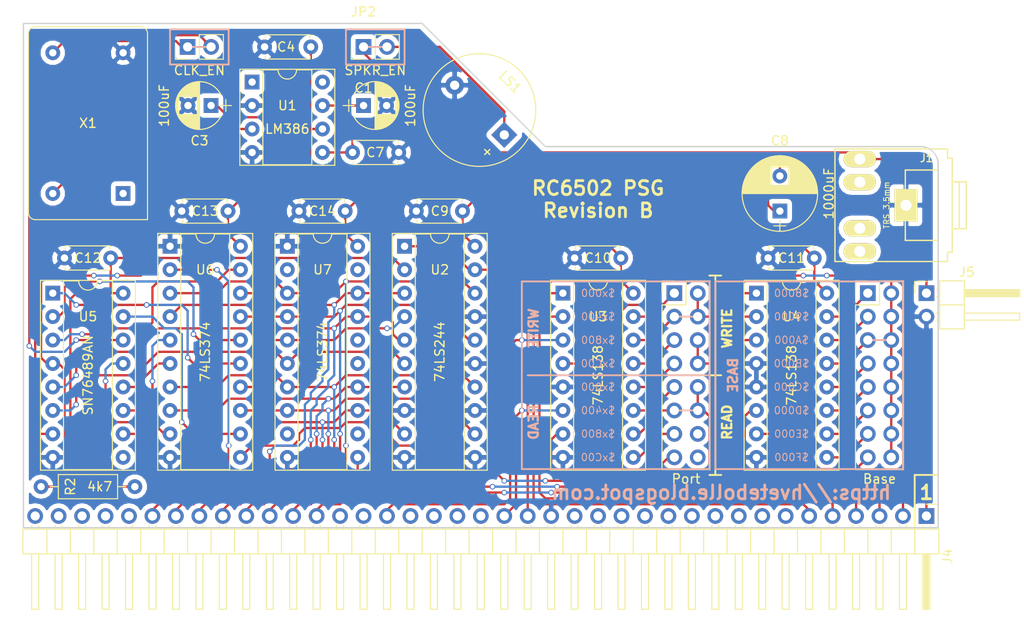
<source format=kicad_pcb>
(kicad_pcb (version 4) (host pcbnew 4.0.7)
  (layers (0 F.Cu signal) (31 B.Cu signal) (34 B.Paste user) (35 F.Paste user) (36 B.SilkS user) (37 F.SilkS user) (38 B.Mask user) (39 F.Mask user) (44 Edge.Cuts user))
  (net 0 "")
  (net 1 GND)
  (net 2 VCC)
  (net 3 "Net-(C7-Pad2)")
  (net 4 "Net-(C8-Pad2)")
  (net 5 "Net-(J2-Pad1)")
  (net 6 "Net-(J2-Pad3)")
  (net 7 "Net-(J2-Pad5)")
  (net 8 "Net-(J2-Pad7)")
  (net 9 "Net-(J2-Pad9)")
  (net 10 READ)
  (net 11 "Net-(J2-Pad11)")
  (net 12 "Net-(J2-Pad13)")
  (net 13 "Net-(J2-Pad15)")
  (net 14 "Net-(J3-Pad1)")
  (net 15 "Net-(J3-Pad10)")
  (net 16 "Net-(J3-Pad3)")
  (net 17 "Net-(J3-Pad5)")
  (net 18 "Net-(J3-Pad7)")
  (net 19 "Net-(J3-Pad9)")
  (net 20 "Net-(J3-Pad11)")
  (net 21 "Net-(J3-Pad13)")
  (net 22 "Net-(J3-Pad15)")
  (net 23 /A15)
  (net 24 /A14)
  (net 25 /A13)
  (net 26 /A12)
  (net 27 /A11)
  (net 28 /A10)
  (net 29 /Phi2)
  (net 30 /R/~W)
  (net 31 /D0)
  (net 32 /D1)
  (net 33 /D2)
  (net 34 /D3)
  (net 35 /D4)
  (net 36 /D5)
  (net 37 /D6)
  (net 38 /D7)
  (net 39 /CLK)
  (net 40 "Net-(JP2-Pad2)")
  (net 41 Line)
  (net 42 "Net-(C1-Pad1)")
  (net 43 WR_SIGNAL)
  (net 44 WR_DATA)
  (net 45 /S_RDY)
  (net 46 /S_WE)
  (net 47 /S_CE)
  (net 48 /S_D2)
  (net 49 /S_D1)
  (net 50 /S_D7)
  (net 51 /S_D0)
  (net 52 /S_D6)
  (net 53 /S_D5)
  (net 54 /S_D4)
  (net 55 /S_D3)
  (net 56 "Net-(JP1-Pad1)")
  (module Housings_DIP:DIP-8_W7.62mm_Socket (layer F.Cu) (at 100.965 94.615)
    (fp_text reference U1 (at 3.81 2.54) (layer F.SilkS))
    (fp_text value LM386 (at 3.81 5.08) (layer F.SilkS))
    (pad 1 thru_hole rect (at 0 0) (size 1.6 1.6) (drill 0.8) (layers *.Cu *.Mask))
    (pad 5 thru_hole oval (at 7.62 7.62) (size 1.6 1.6) (drill 0.8) (layers *.Cu *.Mask) (net 3 "Net-(C7-Pad2)"))
    (pad 2 thru_hole oval (at 0 2.54) (size 1.6 1.6) (drill 0.8) (layers *.Cu *.Mask) (net 1 GND))
    (pad 6 thru_hole oval (at 7.62 5.08) (size 1.6 1.6) (drill 0.8) (layers *.Cu *.Mask) (net 2 VCC))
    (pad 3 thru_hole oval (at 0 5.08) (size 1.6 1.6) (drill 0.8) (layers *.Cu *.Mask) (net 41 Line))
    (pad 7 thru_hole oval (at 7.62 2.54) (size 1.6 1.6) (drill 0.8) (layers *.Cu *.Mask) (net 42 "Net-(C1-Pad1)"))
    (pad 4 thru_hole oval (at 0 7.62) (size 1.6 1.6) (drill 0.8) (layers *.Cu *.Mask) (net 1 GND))
    (pad 8 thru_hole oval (at 7.62 0) (size 1.6 1.6) (drill 0.8) (layers *.Cu *.Mask))
  )
  (module Capacitors_THT:C_Disc_D4.7mm_W2.5mm_P5.00mm (layer F.Cu) (at 107.315 90.805 180)
    (fp_text reference C4 (at 2.667 0 180) (layer F.SilkS))
    (fp_text value 100nF)
    (pad 1 thru_hole circle (at 0 0 180) (size 1.6 1.6) (drill 0.8) (layers *.Cu *.Mask) (net 2 VCC))
    (pad 2 thru_hole circle (at 5 0 180) (size 1.6 1.6) (drill 0.8) (layers *.Cu *.Mask) (net 1 GND))
  )
  (module Capacitors_THT:C_Disc_D4.7mm_W2.5mm_P5.00mm (layer F.Cu) (at 116.84 102.235 180)
    (fp_text reference C7 (at 2.54 0 180) (layer F.SilkS))
    (fp_text value 100nF)
    (pad 1 thru_hole circle (at 0 0 180) (size 1.6 1.6) (drill 0.8) (layers *.Cu *.Mask) (net 1 GND))
    (pad 2 thru_hole circle (at 5 0 180) (size 1.6 1.6) (drill 0.8) (layers *.Cu *.Mask) (net 3 "Net-(C7-Pad2)"))
  )
  (module Capacitors_THT:CP_Radial_D8.0mm_P3.80mm (layer F.Cu) (at 158.115 108.585 90)
    (fp_text reference C8 (at 7.62 0 180) (layer F.SilkS))
    (fp_text value 1000uF (at 1.9 5.31 90) (layer F.SilkS))
    (pad 1 thru_hole rect (at 0 0 90) (size 1.6 1.6) (drill 0.8) (layers *.Cu *.Mask) (net 3 "Net-(C7-Pad2)"))
    (pad 2 thru_hole circle (at 3.8 0 90) (size 1.6 1.6) (drill 0.8) (layers *.Cu *.Mask) (net 4 "Net-(C8-Pad2)"))
  )
  (module Pin_Headers:Pin_Header_Straight_2x08_Pitch2.54mm (layer F.Cu) (at 146.685 117.475)
    (fp_text reference J2)
    (fp_text value Port (at 1.27 20.11) (layer F.SilkS))
    (pad 1 thru_hole rect (at 0 0) (size 1.7 1.7) (drill 1) (layers *.Cu *.Mask) (net 5 "Net-(J2-Pad1)"))
    (pad 2 thru_hole oval (at 2.54 0) (size 1.7 1.7) (drill 1) (layers *.Cu *.Mask) (net 43 WR_SIGNAL))
    (pad 3 thru_hole oval (at 0 2.54) (size 1.7 1.7) (drill 1) (layers *.Cu *.Mask) (net 6 "Net-(J2-Pad3)"))
    (pad 4 thru_hole oval (at 2.54 2.54) (size 1.7 1.7) (drill 1) (layers *.Cu *.Mask) (net 43 WR_SIGNAL))
    (pad 5 thru_hole oval (at 0 5.08) (size 1.7 1.7) (drill 1) (layers *.Cu *.Mask) (net 7 "Net-(J2-Pad5)"))
    (pad 6 thru_hole oval (at 2.54 5.08) (size 1.7 1.7) (drill 1) (layers *.Cu *.Mask) (net 44 WR_DATA))
    (pad 7 thru_hole oval (at 0 7.62) (size 1.7 1.7) (drill 1) (layers *.Cu *.Mask) (net 8 "Net-(J2-Pad7)"))
    (pad 8 thru_hole oval (at 2.54 7.62) (size 1.7 1.7) (drill 1) (layers *.Cu *.Mask) (net 44 WR_DATA))
    (pad 9 thru_hole oval (at 0 10.16) (size 1.7 1.7) (drill 1) (layers *.Cu *.Mask) (net 9 "Net-(J2-Pad9)"))
    (pad 10 thru_hole oval (at 2.54 10.16) (size 1.7 1.7) (drill 1) (layers *.Cu *.Mask) (net 10 READ))
    (pad 11 thru_hole oval (at 0 12.7) (size 1.7 1.7) (drill 1) (layers *.Cu *.Mask) (net 11 "Net-(J2-Pad11)"))
    (pad 12 thru_hole oval (at 2.54 12.7) (size 1.7 1.7) (drill 1) (layers *.Cu *.Mask) (net 10 READ))
    (pad 13 thru_hole oval (at 0 15.24) (size 1.7 1.7) (drill 1) (layers *.Cu *.Mask) (net 12 "Net-(J2-Pad13)"))
    (pad 14 thru_hole oval (at 2.54 15.24) (size 1.7 1.7) (drill 1) (layers *.Cu *.Mask))
    (pad 15 thru_hole oval (at 0 17.78) (size 1.7 1.7) (drill 1) (layers *.Cu *.Mask) (net 13 "Net-(J2-Pad15)"))
    (pad 16 thru_hole oval (at 2.54 17.78) (size 1.7 1.7) (drill 1) (layers *.Cu *.Mask))
  )
  (module Pin_Headers:Pin_Header_Straight_2x08_Pitch2.54mm (layer F.Cu) (at 167.64 117.475)
    (fp_text reference J3)
    (fp_text value Base (at 1.27 20.11) (layer F.SilkS))
    (pad 1 thru_hole rect (at 0 0) (size 1.7 1.7) (drill 1) (layers *.Cu *.Mask) (net 14 "Net-(J3-Pad1)"))
    (pad 2 thru_hole oval (at 2.54 0) (size 1.7 1.7) (drill 1) (layers *.Cu *.Mask) (net 15 "Net-(J3-Pad10)"))
    (pad 3 thru_hole oval (at 0 2.54) (size 1.7 1.7) (drill 1) (layers *.Cu *.Mask) (net 16 "Net-(J3-Pad3)"))
    (pad 4 thru_hole oval (at 2.54 2.54) (size 1.7 1.7) (drill 1) (layers *.Cu *.Mask) (net 15 "Net-(J3-Pad10)"))
    (pad 5 thru_hole oval (at 0 5.08) (size 1.7 1.7) (drill 1) (layers *.Cu *.Mask) (net 17 "Net-(J3-Pad5)"))
    (pad 6 thru_hole oval (at 2.54 5.08) (size 1.7 1.7) (drill 1) (layers *.Cu *.Mask) (net 15 "Net-(J3-Pad10)"))
    (pad 7 thru_hole oval (at 0 7.62) (size 1.7 1.7) (drill 1) (layers *.Cu *.Mask) (net 18 "Net-(J3-Pad7)"))
    (pad 8 thru_hole oval (at 2.54 7.62) (size 1.7 1.7) (drill 1) (layers *.Cu *.Mask) (net 15 "Net-(J3-Pad10)"))
    (pad 9 thru_hole oval (at 0 10.16) (size 1.7 1.7) (drill 1) (layers *.Cu *.Mask) (net 19 "Net-(J3-Pad9)"))
    (pad 10 thru_hole oval (at 2.54 10.16) (size 1.7 1.7) (drill 1) (layers *.Cu *.Mask) (net 15 "Net-(J3-Pad10)"))
    (pad 11 thru_hole oval (at 0 12.7) (size 1.7 1.7) (drill 1) (layers *.Cu *.Mask) (net 20 "Net-(J3-Pad11)"))
    (pad 12 thru_hole oval (at 2.54 12.7) (size 1.7 1.7) (drill 1) (layers *.Cu *.Mask) (net 15 "Net-(J3-Pad10)"))
    (pad 13 thru_hole oval (at 0 15.24) (size 1.7 1.7) (drill 1) (layers *.Cu *.Mask) (net 21 "Net-(J3-Pad13)"))
    (pad 14 thru_hole oval (at 2.54 15.24) (size 1.7 1.7) (drill 1) (layers *.Cu *.Mask) (net 15 "Net-(J3-Pad10)"))
    (pad 15 thru_hole oval (at 0 17.78) (size 1.7 1.7) (drill 1) (layers *.Cu *.Mask) (net 22 "Net-(J3-Pad15)"))
    (pad 16 thru_hole oval (at 2.54 17.78) (size 1.7 1.7) (drill 1) (layers *.Cu *.Mask) (net 15 "Net-(J3-Pad10)"))
  )
  (module Pin_Headers:Pin_Header_Angled_1x39_Pitch2.54mm (layer F.Cu) (at 173.99 141.605 270)
    (fp_text reference J4 (at 4.385 -2.27 270) (layer F.SilkS))
    (fp_text value RC6502_Backplane)
    (pad 1 thru_hole rect (at 0 0 270) (size 1.7 1.7) (drill 1) (layers *.Cu *.Mask) (net 23 /A15))
    (pad 2 thru_hole oval (at 0 2.54 270) (size 1.7 1.7) (drill 1) (layers *.Cu *.Mask) (net 24 /A14))
    (pad 3 thru_hole oval (at 0 5.08 270) (size 1.7 1.7) (drill 1) (layers *.Cu *.Mask) (net 25 /A13))
    (pad 4 thru_hole oval (at 0 7.62 270) (size 1.7 1.7) (drill 1) (layers *.Cu *.Mask) (net 26 /A12))
    (pad 5 thru_hole oval (at 0 10.16 270) (size 1.7 1.7) (drill 1) (layers *.Cu *.Mask) (net 27 /A11))
    (pad 6 thru_hole oval (at 0 12.7 270) (size 1.7 1.7) (drill 1) (layers *.Cu *.Mask) (net 28 /A10))
    (pad 7 thru_hole oval (at 0 15.24 270) (size 1.7 1.7) (drill 1) (layers *.Cu *.Mask))
    (pad 8 thru_hole oval (at 0 17.78 270) (size 1.7 1.7) (drill 1) (layers *.Cu *.Mask))
    (pad 9 thru_hole oval (at 0 20.32 270) (size 1.7 1.7) (drill 1) (layers *.Cu *.Mask))
    (pad 10 thru_hole oval (at 0 22.86 270) (size 1.7 1.7) (drill 1) (layers *.Cu *.Mask))
    (pad 11 thru_hole oval (at 0 25.4 270) (size 1.7 1.7) (drill 1) (layers *.Cu *.Mask))
    (pad 12 thru_hole oval (at 0 27.94 270) (size 1.7 1.7) (drill 1) (layers *.Cu *.Mask))
    (pad 13 thru_hole oval (at 0 30.48 270) (size 1.7 1.7) (drill 1) (layers *.Cu *.Mask))
    (pad 14 thru_hole oval (at 0 33.02 270) (size 1.7 1.7) (drill 1) (layers *.Cu *.Mask))
    (pad 15 thru_hole oval (at 0 35.56 270) (size 1.7 1.7) (drill 1) (layers *.Cu *.Mask))
    (pad 16 thru_hole oval (at 0 38.1 270) (size 1.7 1.7) (drill 1) (layers *.Cu *.Mask))
    (pad 17 thru_hole oval (at 0 40.64 270) (size 1.7 1.7) (drill 1) (layers *.Cu *.Mask) (net 1 GND))
    (pad 18 thru_hole oval (at 0 43.18 270) (size 1.7 1.7) (drill 1) (layers *.Cu *.Mask) (net 2 VCC))
    (pad 19 thru_hole oval (at 0 45.72 270) (size 1.7 1.7) (drill 1) (layers *.Cu *.Mask) (net 29 /Phi2))
    (pad 20 thru_hole oval (at 0 48.26 270) (size 1.7 1.7) (drill 1) (layers *.Cu *.Mask))
    (pad 21 thru_hole oval (at 0 50.8 270) (size 1.7 1.7) (drill 1) (layers *.Cu *.Mask))
    (pad 22 thru_hole oval (at 0 53.34 270) (size 1.7 1.7) (drill 1) (layers *.Cu *.Mask))
    (pad 23 thru_hole oval (at 0 55.88 270) (size 1.7 1.7) (drill 1) (layers *.Cu *.Mask))
    (pad 24 thru_hole oval (at 0 58.42 270) (size 1.7 1.7) (drill 1) (layers *.Cu *.Mask) (net 30 /R/~W))
    (pad 25 thru_hole oval (at 0 60.96 270) (size 1.7 1.7) (drill 1) (layers *.Cu *.Mask))
    (pad 26 thru_hole oval (at 0 63.5 270) (size 1.7 1.7) (drill 1) (layers *.Cu *.Mask))
    (pad 27 thru_hole oval (at 0 66.04 270) (size 1.7 1.7) (drill 1) (layers *.Cu *.Mask) (net 31 /D0))
    (pad 28 thru_hole oval (at 0 68.58 270) (size 1.7 1.7) (drill 1) (layers *.Cu *.Mask) (net 32 /D1))
    (pad 29 thru_hole oval (at 0 71.12 270) (size 1.7 1.7) (drill 1) (layers *.Cu *.Mask) (net 33 /D2))
    (pad 30 thru_hole oval (at 0 73.66 270) (size 1.7 1.7) (drill 1) (layers *.Cu *.Mask) (net 34 /D3))
    (pad 31 thru_hole oval (at 0 76.2 270) (size 1.7 1.7) (drill 1) (layers *.Cu *.Mask) (net 35 /D4))
    (pad 32 thru_hole oval (at 0 78.74 270) (size 1.7 1.7) (drill 1) (layers *.Cu *.Mask) (net 36 /D5))
    (pad 33 thru_hole oval (at 0 81.28 270) (size 1.7 1.7) (drill 1) (layers *.Cu *.Mask) (net 37 /D6))
    (pad 34 thru_hole oval (at 0 83.82 270) (size 1.7 1.7) (drill 1) (layers *.Cu *.Mask) (net 38 /D7))
    (pad 35 thru_hole oval (at 0 86.36 270) (size 1.7 1.7) (drill 1) (layers *.Cu *.Mask))
    (pad 36 thru_hole oval (at 0 88.9 270) (size 1.7 1.7) (drill 1) (layers *.Cu *.Mask))
    (pad 37 thru_hole oval (at 0 91.44 270) (size 1.7 1.7) (drill 1) (layers *.Cu *.Mask))
    (pad 38 thru_hole oval (at 0 93.98 270) (size 1.7 1.7) (drill 1) (layers *.Cu *.Mask))
    (pad 39 thru_hole oval (at 0 96.52 270) (size 1.7 1.7) (drill 1) (layers *.Cu *.Mask))
  )
  (module Pin_Headers:Pin_Header_Straight_1x02_Pitch2.54mm (layer F.Cu) (at 113.03 90.805 90)
    (fp_text reference JP2 (at 3.81 0 180) (layer F.SilkS))
    (fp_text value SPKR_EN (at -2.54 1.27 180) (layer F.SilkS))
    (pad 1 thru_hole rect (at 0 0 90) (size 1.7 1.7) (drill 1) (layers *.Cu *.Mask) (net 4 "Net-(C8-Pad2)"))
    (pad 2 thru_hole oval (at 0 2.54 90) (size 1.7 1.7) (drill 1) (layers *.Cu *.Mask) (net 40 "Net-(JP2-Pad2)"))
  )
  (module Buzzers_Beepers:Buzzer_12x9.5RM7.6 (layer F.Cu) (at 128.27 100.33 135)
    (fp_text reference LS1 (at 3.592102 4.490128 135) (layer F.SilkS))
    (fp_text value Speaker)
    (fp_text user + (at -0.01 -2.54 135) (layer F.SilkS))
    (pad 1 thru_hole rect (at 0 0 135) (size 2 2) (drill 1) (layers *.Cu *.Mask) (net 40 "Net-(JP2-Pad2)"))
    (pad 2 thru_hole circle (at 7.6 0 135) (size 2 2) (drill 1) (layers *.Cu *.Mask) (net 1 GND))
  )
  (module Resistors_THT:R_Axial_DIN0207_L6.3mm_D2.5mm_P10.16mm_Horizontal (layer F.Cu) (at 88.265 138.43 180)
    (fp_text reference R2 (at 6.985 0 270) (layer F.SilkS))
    (fp_text value 4k7 (at 3.81 0 180) (layer F.SilkS))
    (pad 1 thru_hole circle (at 0 0 180) (size 1.6 1.6) (drill 0.8) (layers *.Cu *.Mask) (net 2 VCC))
    (pad 2 thru_hole oval (at 10.16 0 180) (size 1.6 1.6) (drill 0.8) (layers *.Cu *.Mask) (net 45 /S_RDY))
  )
  (module Housings_DIP:DIP-16_W7.62mm_Socket (layer F.Cu) (at 79.375 117.475)
    (fp_text reference U5 (at 3.81 2.54) (layer F.SilkS))
    (fp_text value SN76489AN (at 3.81 8.89 90) (layer F.SilkS))
    (pad 1 thru_hole rect (at 0 0) (size 1.6 1.6) (drill 0.8) (layers *.Cu *.Mask) (net 48 /S_D2))
    (pad 9 thru_hole oval (at 7.62 17.78) (size 1.6 1.6) (drill 0.8) (layers *.Cu *.Mask))
    (pad 2 thru_hole oval (at 0 2.54) (size 1.6 1.6) (drill 0.8) (layers *.Cu *.Mask) (net 49 /S_D1))
    (pad 10 thru_hole oval (at 7.62 15.24) (size 1.6 1.6) (drill 0.8) (layers *.Cu *.Mask) (net 50 /S_D7))
    (pad 3 thru_hole oval (at 0 5.08) (size 1.6 1.6) (drill 0.8) (layers *.Cu *.Mask) (net 51 /S_D0))
    (pad 11 thru_hole oval (at 7.62 12.7) (size 1.6 1.6) (drill 0.8) (layers *.Cu *.Mask) (net 52 /S_D6))
    (pad 4 thru_hole oval (at 0 7.62) (size 1.6 1.6) (drill 0.8) (layers *.Cu *.Mask) (net 45 /S_RDY))
    (pad 12 thru_hole oval (at 7.62 10.16) (size 1.6 1.6) (drill 0.8) (layers *.Cu *.Mask) (net 53 /S_D5))
    (pad 5 thru_hole oval (at 0 10.16) (size 1.6 1.6) (drill 0.8) (layers *.Cu *.Mask) (net 46 /S_WE))
    (pad 13 thru_hole oval (at 7.62 7.62) (size 1.6 1.6) (drill 0.8) (layers *.Cu *.Mask) (net 54 /S_D4))
    (pad 6 thru_hole oval (at 0 12.7) (size 1.6 1.6) (drill 0.8) (layers *.Cu *.Mask) (net 47 /S_CE))
    (pad 14 thru_hole oval (at 7.62 5.08) (size 1.6 1.6) (drill 0.8) (layers *.Cu *.Mask) (net 39 /CLK))
    (pad 7 thru_hole oval (at 0 15.24) (size 1.6 1.6) (drill 0.8) (layers *.Cu *.Mask) (net 41 Line))
    (pad 15 thru_hole oval (at 7.62 2.54) (size 1.6 1.6) (drill 0.8) (layers *.Cu *.Mask) (net 55 /S_D3))
    (pad 8 thru_hole oval (at 0 17.78) (size 1.6 1.6) (drill 0.8) (layers *.Cu *.Mask) (net 1 GND))
    (pad 16 thru_hole oval (at 7.62 0) (size 1.6 1.6) (drill 0.8) (layers *.Cu *.Mask) (net 2 VCC))
  )
  (module Oscillators:Oscillator_DIP-14 (layer F.Cu) (at 86.995 106.68 90)
    (fp_text reference X1 (at 7.62 -3.81 180) (layer F.SilkS))
    (fp_text value TCXO-14)
    (pad 1 thru_hole rect (at 0 0 90) (size 1.6 1.6) (drill 0.8) (layers *.Cu *.Mask))
    (pad 14 thru_hole circle (at 0 -7.62 90) (size 1.6 1.6) (drill 0.8) (layers *.Cu *.Mask) (net 2 VCC))
    (pad 8 thru_hole circle (at 15.24 -7.62 90) (size 1.6 1.6) (drill 0.8) (layers *.Cu *.Mask) (net 56 "Net-(JP1-Pad1)"))
    (pad 7 thru_hole circle (at 15.24 0 90) (size 1.6 1.6) (drill 0.8) (layers *.Cu *.Mask) (net 1 GND))
  )
  (module TRS:Tayda_3.5mm_stereo_TRS_jack_A-853 (layer F.Cu) (at 170.18 107.95 270)
    (fp_text reference J1 (at -5.08 -3.81 360) (layer F.SilkS) (effects (font (size 0.8 0.8))))
    (fp_text value TRS_3.5mm (at 0 0.508 270) (layer F.SilkS) (effects (font (size 0.6 0.6) (thickness 0.1))))
    (pad 1 thru_hole rect (at 0 -1.596 270) (size 3.5 2.5) (drill 1.2) (layers *.Cu *.Mask F.SilkS) (net 1 GND))
    (pad 2 thru_hole oval (at 5 3.41 270) (size 1.75 3.5) (drill 1.2) (layers *.Cu *.Mask F.SilkS))
    (pad 5 thru_hole oval (at -5 3.41 270) (size 1.75 3.5) (drill 1.2) (layers *.Cu *.Mask F.SilkS) (net 4 "Net-(C8-Pad2)"))
    (pad 3 thru_hole oval (at 2.5 3.41 270) (size 1.75 3.5) (drill 1.2) (layers *.Cu *.Mask F.SilkS))
    (pad 4 thru_hole oval (at -2.5 3.41 270) (size 1.75 3.5) (drill 1.2) (layers *.Cu *.Mask F.SilkS))
  )
  (module Capacitors_THT:C_Disc_D4.7mm_W2.5mm_P5.00mm (layer F.Cu) (at 118.745 108.585)
    (fp_text reference C9 (at 2.54 0) (layer F.SilkS))
    (fp_text value 100nF)
    (pad 1 thru_hole circle (at 0 0) (size 1.6 1.6) (drill 0.8) (layers *.Cu *.Mask) (net 1 GND))
    (pad 2 thru_hole circle (at 5 0) (size 1.6 1.6) (drill 0.8) (layers *.Cu *.Mask) (net 2 VCC))
  )
  (module Capacitors_THT:C_Disc_D4.7mm_W2.5mm_P5.00mm (layer F.Cu) (at 135.89 113.665)
    (fp_text reference C10 (at 2.54 0) (layer F.SilkS))
    (fp_text value 100nF)
    (pad 1 thru_hole circle (at 0 0) (size 1.6 1.6) (drill 0.8) (layers *.Cu *.Mask) (net 1 GND))
    (pad 2 thru_hole circle (at 5 0) (size 1.6 1.6) (drill 0.8) (layers *.Cu *.Mask) (net 2 VCC))
  )
  (module Capacitors_THT:C_Disc_D4.7mm_W2.5mm_P5.00mm (layer F.Cu) (at 156.845 113.665)
    (fp_text reference C11 (at 2.54 0) (layer F.SilkS))
    (fp_text value 100nF)
    (pad 1 thru_hole circle (at 0 0) (size 1.6 1.6) (drill 0.8) (layers *.Cu *.Mask) (net 1 GND))
    (pad 2 thru_hole circle (at 5 0) (size 1.6 1.6) (drill 0.8) (layers *.Cu *.Mask) (net 2 VCC))
  )
  (module Capacitors_THT:C_Disc_D4.7mm_W2.5mm_P5.00mm (layer F.Cu) (at 80.645 113.665)
    (fp_text reference C12 (at 2.54 0) (layer F.SilkS))
    (fp_text value 100nF)
    (pad 1 thru_hole circle (at 0 0) (size 1.6 1.6) (drill 0.8) (layers *.Cu *.Mask) (net 1 GND))
    (pad 2 thru_hole circle (at 5 0) (size 1.6 1.6) (drill 0.8) (layers *.Cu *.Mask) (net 2 VCC))
  )
  (module Capacitors_THT:C_Disc_D4.7mm_W2.5mm_P5.00mm (layer F.Cu) (at 93.345 108.585)
    (fp_text reference C13 (at 2.54 0) (layer F.SilkS))
    (fp_text value 100nF)
    (pad 1 thru_hole circle (at 0 0) (size 1.6 1.6) (drill 0.8) (layers *.Cu *.Mask) (net 1 GND))
    (pad 2 thru_hole circle (at 5 0) (size 1.6 1.6) (drill 0.8) (layers *.Cu *.Mask) (net 2 VCC))
  )
  (module Pin_Headers:Pin_Header_Straight_1x02_Pitch2.54mm (layer F.Cu) (at 93.98 90.805 90)
    (fp_text reference JP1)
    (fp_text value CLK_EN (at -2.54 1.27 180) (layer F.SilkS))
    (pad 1 thru_hole rect (at 0 0 90) (size 1.7 1.7) (drill 1) (layers *.Cu *.Mask) (net 56 "Net-(JP1-Pad1)"))
    (pad 2 thru_hole oval (at 0 2.54 90) (size 1.7 1.7) (drill 1) (layers *.Cu *.Mask) (net 39 /CLK))
  )
  (module Pin_Headers:Pin_Header_Angled_1x02_Pitch2.54mm (layer F.Cu) (at 173.99 117.475)
    (fp_text reference J5 (at 4.385 -2.27) (layer F.SilkS))
    (fp_text value EXT)
    (pad 1 thru_hole rect (at 0 0) (size 1.7 1.7) (drill 1) (layers *.Cu *.Mask) (net 4 "Net-(C8-Pad2)"))
    (pad 2 thru_hole oval (at 0 2.54) (size 1.7 1.7) (drill 1) (layers *.Cu *.Mask) (net 1 GND))
  )
  (module Capacitors_THT:CP_Radial_D5.0mm_P2.50mm (layer F.Cu) (at 96.52 97.155 180)
    (fp_text reference C3 (at 1.25 -3.81 180) (layer F.SilkS))
    (fp_text value 100uF (at 5.08 0 270) (layer F.SilkS))
    (pad 1 thru_hole rect (at 0 0 180) (size 1.6 1.6) (drill 0.8) (layers *.Cu *.Mask) (net 2 VCC))
    (pad 2 thru_hole circle (at 2.5 0 180) (size 1.6 1.6) (drill 0.8) (layers *.Cu *.Mask) (net 1 GND))
  )
  (module Capacitors_THT:CP_Radial_D5.0mm_P2.50mm (layer F.Cu) (at 113.03 97.155)
    (fp_text reference C1 (at 0 -1.905) (layer F.SilkS))
    (fp_text value 100uF (at 5.08 0 90) (layer F.SilkS))
    (pad 1 thru_hole rect (at 0 0) (size 1.6 1.6) (drill 0.8) (layers *.Cu *.Mask) (net 42 "Net-(C1-Pad1)"))
    (pad 2 thru_hole circle (at 2.5 0) (size 1.6 1.6) (drill 0.8) (layers *.Cu *.Mask) (net 1 GND))
  )
  (module Capacitors_THT:C_Disc_D4.7mm_W2.5mm_P5.00mm (layer F.Cu) (at 106.045 108.585)
    (fp_text reference C14 (at 2.54 0) (layer F.SilkS))
    (fp_text value 100nF)
    (pad 1 thru_hole circle (at 0 0) (size 1.6 1.6) (drill 0.8) (layers *.Cu *.Mask) (net 1 GND))
    (pad 2 thru_hole circle (at 5 0) (size 1.6 1.6) (drill 0.8) (layers *.Cu *.Mask) (net 2 VCC))
  )
  (module Housings_DIP:DIP-20_W7.62mm_Socket (layer F.Cu) (at 117.475 112.395)
    (fp_text reference U2 (at 3.81 2.54) (layer F.SilkS))
    (fp_text value 74LS244 (at 3.81 11.43 90) (layer F.SilkS))
    (pad 1 thru_hole rect (at 0 0) (size 1.6 1.6) (drill 0.8) (layers *.Cu *.Mask) (net 10 READ))
    (pad 11 thru_hole oval (at 7.62 22.86) (size 1.6 1.6) (drill 0.8) (layers *.Cu *.Mask) (net 1 GND))
    (pad 2 thru_hole oval (at 0 2.54) (size 1.6 1.6) (drill 0.8) (layers *.Cu *.Mask) (net 45 /S_RDY))
    (pad 12 thru_hole oval (at 7.62 20.32) (size 1.6 1.6) (drill 0.8) (layers *.Cu *.Mask) (net 34 /D3))
    (pad 3 thru_hole oval (at 0 5.08) (size 1.6 1.6) (drill 0.8) (layers *.Cu *.Mask) (net 38 /D7))
    (pad 13 thru_hole oval (at 7.62 17.78) (size 1.6 1.6) (drill 0.8) (layers *.Cu *.Mask) (net 1 GND))
    (pad 4 thru_hole oval (at 0 7.62) (size 1.6 1.6) (drill 0.8) (layers *.Cu *.Mask) (net 46 /S_WE))
    (pad 14 thru_hole oval (at 7.62 15.24) (size 1.6 1.6) (drill 0.8) (layers *.Cu *.Mask) (net 33 /D2))
    (pad 5 thru_hole oval (at 0 10.16) (size 1.6 1.6) (drill 0.8) (layers *.Cu *.Mask) (net 37 /D6))
    (pad 15 thru_hole oval (at 7.62 12.7) (size 1.6 1.6) (drill 0.8) (layers *.Cu *.Mask) (net 1 GND))
    (pad 6 thru_hole oval (at 0 12.7) (size 1.6 1.6) (drill 0.8) (layers *.Cu *.Mask) (net 47 /S_CE))
    (pad 16 thru_hole oval (at 7.62 10.16) (size 1.6 1.6) (drill 0.8) (layers *.Cu *.Mask) (net 32 /D1))
    (pad 7 thru_hole oval (at 0 15.24) (size 1.6 1.6) (drill 0.8) (layers *.Cu *.Mask) (net 36 /D5))
    (pad 17 thru_hole oval (at 7.62 7.62) (size 1.6 1.6) (drill 0.8) (layers *.Cu *.Mask) (net 1 GND))
    (pad 8 thru_hole oval (at 0 17.78) (size 1.6 1.6) (drill 0.8) (layers *.Cu *.Mask) (net 1 GND))
    (pad 18 thru_hole oval (at 7.62 5.08) (size 1.6 1.6) (drill 0.8) (layers *.Cu *.Mask) (net 31 /D0))
    (pad 9 thru_hole oval (at 0 20.32) (size 1.6 1.6) (drill 0.8) (layers *.Cu *.Mask) (net 35 /D4))
    (pad 19 thru_hole oval (at 7.62 2.54) (size 1.6 1.6) (drill 0.8) (layers *.Cu *.Mask) (net 10 READ))
    (pad 10 thru_hole oval (at 0 22.86) (size 1.6 1.6) (drill 0.8) (layers *.Cu *.Mask) (net 1 GND))
    (pad 20 thru_hole oval (at 7.62 0) (size 1.6 1.6) (drill 0.8) (layers *.Cu *.Mask) (net 2 VCC))
  )
  (module Housings_DIP:DIP-16_W7.62mm_Socket (layer F.Cu) (at 134.62 117.475)
    (fp_text reference U3 (at 3.81 2.54) (layer F.SilkS))
    (fp_text value 74LS138 (at 3.81 8.89 90) (layer F.SilkS))
    (pad 1 thru_hole rect (at 0 0) (size 1.6 1.6) (drill 0.8) (layers *.Cu *.Mask) (net 28 /A10))
    (pad 9 thru_hole oval (at 7.62 17.78) (size 1.6 1.6) (drill 0.8) (layers *.Cu *.Mask) (net 12 "Net-(J2-Pad13)"))
    (pad 2 thru_hole oval (at 0 2.54) (size 1.6 1.6) (drill 0.8) (layers *.Cu *.Mask) (net 27 /A11))
    (pad 10 thru_hole oval (at 7.62 15.24) (size 1.6 1.6) (drill 0.8) (layers *.Cu *.Mask) (net 11 "Net-(J2-Pad11)"))
    (pad 3 thru_hole oval (at 0 5.08) (size 1.6 1.6) (drill 0.8) (layers *.Cu *.Mask) (net 30 /R/~W))
    (pad 11 thru_hole oval (at 7.62 12.7) (size 1.6 1.6) (drill 0.8) (layers *.Cu *.Mask) (net 9 "Net-(J2-Pad9)"))
    (pad 4 thru_hole oval (at 0 7.62) (size 1.6 1.6) (drill 0.8) (layers *.Cu *.Mask) (net 15 "Net-(J3-Pad10)"))
    (pad 12 thru_hole oval (at 7.62 10.16) (size 1.6 1.6) (drill 0.8) (layers *.Cu *.Mask) (net 8 "Net-(J2-Pad7)"))
    (pad 5 thru_hole oval (at 0 10.16) (size 1.6 1.6) (drill 0.8) (layers *.Cu *.Mask) (net 1 GND))
    (pad 13 thru_hole oval (at 7.62 7.62) (size 1.6 1.6) (drill 0.8) (layers *.Cu *.Mask) (net 7 "Net-(J2-Pad5)"))
    (pad 6 thru_hole oval (at 0 12.7) (size 1.6 1.6) (drill 0.8) (layers *.Cu *.Mask) (net 29 /Phi2))
    (pad 14 thru_hole oval (at 7.62 5.08) (size 1.6 1.6) (drill 0.8) (layers *.Cu *.Mask) (net 6 "Net-(J2-Pad3)"))
    (pad 7 thru_hole oval (at 0 15.24) (size 1.6 1.6) (drill 0.8) (layers *.Cu *.Mask) (net 13 "Net-(J2-Pad15)"))
    (pad 15 thru_hole oval (at 7.62 2.54) (size 1.6 1.6) (drill 0.8) (layers *.Cu *.Mask) (net 5 "Net-(J2-Pad1)"))
    (pad 8 thru_hole oval (at 0 17.78) (size 1.6 1.6) (drill 0.8) (layers *.Cu *.Mask) (net 1 GND))
    (pad 16 thru_hole oval (at 7.62 0) (size 1.6 1.6) (drill 0.8) (layers *.Cu *.Mask) (net 2 VCC))
  )
  (module Housings_DIP:DIP-16_W7.62mm_Socket (layer F.Cu) (at 155.575 117.475)
    (fp_text reference U4 (at 3.81 2.54) (layer F.SilkS))
    (fp_text value 74LS138 (at 3.81 8.89 90) (layer F.SilkS))
    (pad 1 thru_hole rect (at 0 0) (size 1.6 1.6) (drill 0.8) (layers *.Cu *.Mask) (net 26 /A12))
    (pad 9 thru_hole oval (at 7.62 17.78) (size 1.6 1.6) (drill 0.8) (layers *.Cu *.Mask) (net 21 "Net-(J3-Pad13)"))
    (pad 2 thru_hole oval (at 0 2.54) (size 1.6 1.6) (drill 0.8) (layers *.Cu *.Mask) (net 25 /A13))
    (pad 10 thru_hole oval (at 7.62 15.24) (size 1.6 1.6) (drill 0.8) (layers *.Cu *.Mask) (net 20 "Net-(J3-Pad11)"))
    (pad 3 thru_hole oval (at 0 5.08) (size 1.6 1.6) (drill 0.8) (layers *.Cu *.Mask) (net 24 /A14))
    (pad 11 thru_hole oval (at 7.62 12.7) (size 1.6 1.6) (drill 0.8) (layers *.Cu *.Mask) (net 19 "Net-(J3-Pad9)"))
    (pad 4 thru_hole oval (at 0 7.62) (size 1.6 1.6) (drill 0.8) (layers *.Cu *.Mask) (net 1 GND))
    (pad 12 thru_hole oval (at 7.62 10.16) (size 1.6 1.6) (drill 0.8) (layers *.Cu *.Mask) (net 18 "Net-(J3-Pad7)"))
    (pad 5 thru_hole oval (at 0 10.16) (size 1.6 1.6) (drill 0.8) (layers *.Cu *.Mask) (net 1 GND))
    (pad 13 thru_hole oval (at 7.62 7.62) (size 1.6 1.6) (drill 0.8) (layers *.Cu *.Mask) (net 17 "Net-(J3-Pad5)"))
    (pad 6 thru_hole oval (at 0 12.7) (size 1.6 1.6) (drill 0.8) (layers *.Cu *.Mask) (net 23 /A15))
    (pad 14 thru_hole oval (at 7.62 5.08) (size 1.6 1.6) (drill 0.8) (layers *.Cu *.Mask) (net 16 "Net-(J3-Pad3)"))
    (pad 7 thru_hole oval (at 0 15.24) (size 1.6 1.6) (drill 0.8) (layers *.Cu *.Mask) (net 22 "Net-(J3-Pad15)"))
    (pad 15 thru_hole oval (at 7.62 2.54) (size 1.6 1.6) (drill 0.8) (layers *.Cu *.Mask) (net 14 "Net-(J3-Pad1)"))
    (pad 8 thru_hole oval (at 0 17.78) (size 1.6 1.6) (drill 0.8) (layers *.Cu *.Mask) (net 1 GND))
    (pad 16 thru_hole oval (at 7.62 0) (size 1.6 1.6) (drill 0.8) (layers *.Cu *.Mask) (net 2 VCC))
  )
  (module Housings_DIP:DIP-20_W7.62mm_Socket (layer F.Cu) (at 92.075 112.395)
    (fp_text reference U6 (at 3.81 2.54) (layer F.SilkS))
    (fp_text value 74LS374 (at 3.81 11.43 90) (layer F.SilkS))
    (pad 1 thru_hole rect (at 0 0) (size 1.6 1.6) (drill 0.8) (layers *.Cu *.Mask) (net 1 GND))
    (pad 11 thru_hole oval (at 7.62 22.86) (size 1.6 1.6) (drill 0.8) (layers *.Cu *.Mask) (net 44 WR_DATA))
    (pad 2 thru_hole oval (at 0 2.54) (size 1.6 1.6) (drill 0.8) (layers *.Cu *.Mask) (net 50 /S_D7))
    (pad 12 thru_hole oval (at 7.62 20.32) (size 1.6 1.6) (drill 0.8) (layers *.Cu *.Mask) (net 55 /S_D3))
    (pad 3 thru_hole oval (at 0 5.08) (size 1.6 1.6) (drill 0.8) (layers *.Cu *.Mask) (net 31 /D0))
    (pad 13 thru_hole oval (at 7.62 17.78) (size 1.6 1.6) (drill 0.8) (layers *.Cu *.Mask) (net 35 /D4))
    (pad 4 thru_hole oval (at 0 7.62) (size 1.6 1.6) (drill 0.8) (layers *.Cu *.Mask) (net 32 /D1))
    (pad 14 thru_hole oval (at 7.62 15.24) (size 1.6 1.6) (drill 0.8) (layers *.Cu *.Mask) (net 36 /D5))
    (pad 5 thru_hole oval (at 0 10.16) (size 1.6 1.6) (drill 0.8) (layers *.Cu *.Mask) (net 52 /S_D6))
    (pad 15 thru_hole oval (at 7.62 12.7) (size 1.6 1.6) (drill 0.8) (layers *.Cu *.Mask) (net 48 /S_D2))
    (pad 6 thru_hole oval (at 0 12.7) (size 1.6 1.6) (drill 0.8) (layers *.Cu *.Mask) (net 53 /S_D5))
    (pad 16 thru_hole oval (at 7.62 10.16) (size 1.6 1.6) (drill 0.8) (layers *.Cu *.Mask) (net 49 /S_D1))
    (pad 7 thru_hole oval (at 0 15.24) (size 1.6 1.6) (drill 0.8) (layers *.Cu *.Mask) (net 33 /D2))
    (pad 17 thru_hole oval (at 7.62 7.62) (size 1.6 1.6) (drill 0.8) (layers *.Cu *.Mask) (net 37 /D6))
    (pad 8 thru_hole oval (at 0 17.78) (size 1.6 1.6) (drill 0.8) (layers *.Cu *.Mask) (net 34 /D3))
    (pad 18 thru_hole oval (at 7.62 5.08) (size 1.6 1.6) (drill 0.8) (layers *.Cu *.Mask) (net 38 /D7))
    (pad 9 thru_hole oval (at 0 20.32) (size 1.6 1.6) (drill 0.8) (layers *.Cu *.Mask) (net 54 /S_D4))
    (pad 19 thru_hole oval (at 7.62 2.54) (size 1.6 1.6) (drill 0.8) (layers *.Cu *.Mask) (net 51 /S_D0))
    (pad 10 thru_hole oval (at 0 22.86) (size 1.6 1.6) (drill 0.8) (layers *.Cu *.Mask) (net 1 GND))
    (pad 20 thru_hole oval (at 7.62 0) (size 1.6 1.6) (drill 0.8) (layers *.Cu *.Mask) (net 2 VCC))
  )
  (module Housings_DIP:DIP-20_W7.62mm_Socket (layer F.Cu) (at 104.775 112.395)
    (fp_text reference U7 (at 3.81 2.54) (layer F.SilkS))
    (fp_text value 74LS374 (at 3.81 11.43 90) (layer F.SilkS))
    (pad 1 thru_hole rect (at 0 0) (size 1.6 1.6) (drill 0.8) (layers *.Cu *.Mask) (net 1 GND))
    (pad 11 thru_hole oval (at 7.62 22.86) (size 1.6 1.6) (drill 0.8) (layers *.Cu *.Mask) (net 43 WR_SIGNAL))
    (pad 2 thru_hole oval (at 0 2.54) (size 1.6 1.6) (drill 0.8) (layers *.Cu *.Mask))
    (pad 12 thru_hole oval (at 7.62 20.32) (size 1.6 1.6) (drill 0.8) (layers *.Cu *.Mask))
    (pad 3 thru_hole oval (at 0 5.08) (size 1.6 1.6) (drill 0.8) (layers *.Cu *.Mask) (net 31 /D0))
    (pad 13 thru_hole oval (at 7.62 17.78) (size 1.6 1.6) (drill 0.8) (layers *.Cu *.Mask) (net 35 /D4))
    (pad 4 thru_hole oval (at 0 7.62) (size 1.6 1.6) (drill 0.8) (layers *.Cu *.Mask) (net 32 /D1))
    (pad 14 thru_hole oval (at 7.62 15.24) (size 1.6 1.6) (drill 0.8) (layers *.Cu *.Mask) (net 36 /D5))
    (pad 5 thru_hole oval (at 0 10.16) (size 1.6 1.6) (drill 0.8) (layers *.Cu *.Mask) (net 46 /S_WE))
    (pad 15 thru_hole oval (at 7.62 12.7) (size 1.6 1.6) (drill 0.8) (layers *.Cu *.Mask))
    (pad 6 thru_hole oval (at 0 12.7) (size 1.6 1.6) (drill 0.8) (layers *.Cu *.Mask) (net 47 /S_CE))
    (pad 16 thru_hole oval (at 7.62 10.16) (size 1.6 1.6) (drill 0.8) (layers *.Cu *.Mask))
    (pad 7 thru_hole oval (at 0 15.24) (size 1.6 1.6) (drill 0.8) (layers *.Cu *.Mask) (net 33 /D2))
    (pad 17 thru_hole oval (at 7.62 7.62) (size 1.6 1.6) (drill 0.8) (layers *.Cu *.Mask) (net 37 /D6))
    (pad 8 thru_hole oval (at 0 17.78) (size 1.6 1.6) (drill 0.8) (layers *.Cu *.Mask) (net 34 /D3))
    (pad 18 thru_hole oval (at 7.62 5.08) (size 1.6 1.6) (drill 0.8) (layers *.Cu *.Mask) (net 38 /D7))
    (pad 9 thru_hole oval (at 0 20.32) (size 1.6 1.6) (drill 0.8) (layers *.Cu *.Mask))
    (pad 19 thru_hole oval (at 7.62 2.54) (size 1.6 1.6) (drill 0.8) (layers *.Cu *.Mask))
    (pad 10 thru_hole oval (at 0 22.86) (size 1.6 1.6) (drill 0.8) (layers *.Cu *.Mask) (net 1 GND))
    (pad 20 thru_hole oval (at 7.62 0) (size 1.6 1.6) (drill 0.8) (layers *.Cu *.Mask) (net 2 VCC))
  )
  (gr_line (start 93.98 90.805) (end 96.52 90.805) (angle 90) (layer B.SilkS) (width 0.2))
  (gr_line (start 92.075 92.71) (end 92.075 88.9) (angle 90) (layer B.SilkS) (width 0.2))
  (gr_line (start 98.425 92.71) (end 92.075 92.71) (angle 90) (layer B.SilkS) (width 0.2))
  (gr_line (start 98.425 88.9) (end 98.425 92.71) (angle 90) (layer B.SilkS) (width 0.2))
  (gr_line (start 92.075 88.9) (end 98.425 88.9) (angle 90) (layer B.SilkS) (width 0.2))
  (gr_line (start 113.03 90.805) (end 115.57 90.805) (angle 90) (layer B.SilkS) (width 0.2))
  (gr_line (start 111.125 88.9) (end 111.125 92.71) (angle 90) (layer B.SilkS) (width 0.2))
  (gr_line (start 117.475 88.9) (end 111.125 88.9) (angle 90) (layer B.SilkS) (width 0.2))
  (gr_line (start 117.475 92.71) (end 117.475 88.9) (angle 90) (layer B.SilkS) (width 0.2))
  (gr_line (start 111.125 92.71) (end 117.475 92.71) (angle 90) (layer B.SilkS) (width 0.2))
  (gr_line (start 130.81 126.365) (end 150.495 126.365) (angle 90) (layer B.SilkS) (width 0.2))
  (gr_text READ (at 131.445 131.445 90) (layer B.SilkS) (effects (font (size 1 1) (thickness 0.25)) (justify mirror)))
  (gr_text WRITE (at 131.445 121.285 90) (layer B.SilkS) (effects (font (size 1 1) (thickness 0.25)) (justify mirror)))
  (gr_text BASE (at 153.035 126.365 90) (layer B.SilkS) (effects (font (size 1 1) (thickness 0.25)) (justify mirror)))
  (gr_line (start 150.495 116.205) (end 130.175 116.205) (angle 90) (layer B.SilkS) (width 0.2))
  (gr_line (start 150.495 136.525) (end 130.175 136.525) (angle 90) (layer B.SilkS) (width 0.2))
  (gr_line (start 171.45 136.525) (end 151.13 136.525) (angle 90) (layer B.SilkS) (width 0.2))
  (gr_line (start 171.45 116.205) (end 171.45 136.525) (angle 90) (layer B.SilkS) (width 0.2))
  (gr_line (start 151.13 116.205) (end 171.45 116.205) (angle 90) (layer B.SilkS) (width 0.2))
  (gr_line (start 151.13 136.525) (end 151.13 116.205) (angle 90) (layer B.SilkS) (width 0.2))
  (gr_line (start 150.495 116.205) (end 150.495 136.525) (angle 90) (layer B.SilkS) (width 0.2))
  (gr_line (start 130.175 136.525) (end 130.175 116.205) (angle 90) (layer B.SilkS) (width 0.2))
  (gr_line (start 171.45 116.205) (end 171.45 136.525) (angle 90) (layer B.SilkS) (width 0.2))
  (gr_line (start 146.685 130.175) (end 149.225 130.175) (angle 90) (layer B.SilkS) (width 0.2))
  (gr_line (start 146.685 120.015) (end 149.225 120.015) (angle 90) (layer B.SilkS) (width 0.2))
  (gr_line (start 167.64 122.555) (end 170.18 122.555) (angle 90) (layer B.SilkS) (width 0.2))
  (gr_text $xC00 (at 138.43 135.255) (layer B.SilkS) (effects (font (size 0.8 0.8) (thickness 0.1)) (justify mirror)))
  (gr_text $x800 (at 138.43 132.715) (layer B.SilkS) (effects (font (size 0.8 0.8) (thickness 0.1)) (justify mirror)))
  (gr_text $x400 (at 138.43 130.175) (layer B.SilkS) (effects (font (size 0.8 0.8) (thickness 0.1)) (justify mirror)))
  (gr_text $xC00 (at 138.43 125.095) (layer B.SilkS) (effects (font (size 0.8 0.8) (thickness 0.1)) (justify mirror)))
  (gr_text $x800 (at 138.43 122.555) (layer B.SilkS) (effects (font (size 0.8 0.8) (thickness 0.1)) (justify mirror)))
  (gr_text $x400 (at 138.43 120.015) (layer B.SilkS) (effects (font (size 0.8 0.8) (thickness 0.1)) (justify mirror)))
  (gr_text $x000 (at 138.43 127.635) (layer B.SilkS) (effects (font (size 0.8 0.8) (thickness 0.1)) (justify mirror)))
  (gr_text $x000 (at 138.43 117.475) (layer B.SilkS) (effects (font (size 0.8 0.8) (thickness 0.1)) (justify mirror)))
  (gr_text $F000 (at 159.385 135.255) (layer B.SilkS) (effects (font (size 0.8 0.8) (thickness 0.1)) (justify mirror)))
  (gr_text $E000 (at 159.385 132.715) (layer B.SilkS) (effects (font (size 0.8 0.8) (thickness 0.1)) (justify mirror)))
  (gr_text $D000 (at 159.385 130.175) (layer B.SilkS) (effects (font (size 0.8 0.8) (thickness 0.1)) (justify mirror)))
  (gr_text $C000 (at 159.385 127.635) (layer B.SilkS) (effects (font (size 0.8 0.8) (thickness 0.1)) (justify mirror)))
  (gr_text $B000 (at 159.385 125.095) (layer B.SilkS) (effects (font (size 0.8 0.8) (thickness 0.1)) (justify mirror)))
  (gr_text $A000 (at 159.385 122.555) (layer B.SilkS) (effects (font (size 0.8 0.8) (thickness 0.1)) (justify mirror)))
  (gr_text $9000 (at 159.385 120.015) (layer B.SilkS) (effects (font (size 0.8 0.8) (thickness 0.1)) (justify mirror)))
  (gr_text $8000 (at 159.385 117.475) (layer B.SilkS) (effects (font (size 0.8 0.8) (thickness 0.1)) (justify mirror)))
  (gr_line (start 150.495 115.57) (end 151.765 115.57) (angle 90) (layer F.SilkS) (width 0.2))
  (gr_line (start 151.13 115.57) (end 150.495 115.57) (angle 90) (layer F.SilkS) (width 0.2))
  (gr_line (start 151.13 126.365) (end 151.13 115.57) (angle 90) (layer F.SilkS) (width 0.2))
  (gr_line (start 150.495 137.16) (end 151.765 137.16) (angle 90) (layer F.SilkS) (width 0.2))
  (gr_line (start 151.13 137.16) (end 150.495 137.16) (angle 90) (layer F.SilkS) (width 0.2))
  (gr_line (start 151.13 126.365) (end 151.13 137.16) (angle 90) (layer F.SilkS) (width 0.2))
  (gr_line (start 150.495 126.365) (end 151.765 126.365) (angle 90) (layer F.SilkS) (width 0.2))
  (gr_text WRITE (at 152.4 121.285 90) (layer F.SilkS) (effects (font (size 1 1) (thickness 0.25))))
  (gr_text READ (at 152.4 131.445 90) (layer F.SilkS) (effects (font (size 1 1) (thickness 0.25))))
  (gr_text https://hvetebolle.blogspot.com (at 151.765 139.065) (layer B.SilkS) (effects (font (size 1.5 1.5) (thickness 0.3)) (justify mirror)))
  (gr_text 1 (at 173.99 139.065) (layer F.SilkS) (effects (font (size 1.5 1.5) (thickness 0.3))))
  (gr_line (start 172.72 137.16) (end 175.26 137.16) (angle 90) (layer F.SilkS) (width 0.2))
  (gr_line (start 172.72 142.875) (end 172.72 137.16) (angle 90) (layer F.SilkS) (width 0.2))
  (gr_text "RC6502 PSG\nRevision B" (at 138.43 107.315) (layer F.SilkS) (effects (font (size 1.5 1.5) (thickness 0.3))))
  (gr_line (start 173.355 101.6) (end 132.715 101.6) (angle 90) (layer Edge.Cuts) (width 0.15))
  (gr_arc (start 173.355 103.505) (end 173.355 101.6) (angle 90) (layer Edge.Cuts) (width 0.15))
  (gr_line (start 119.38 88.265) (end 132.715 101.6) (angle 90) (layer Edge.Cuts) (width 0.15))
  (gr_line (start 76.2 88.265) (end 119.38 88.265) (angle 90) (layer Edge.Cuts) (width 0.15))
  (gr_line (start 76.2 142.875) (end 76.2 88.265) (angle 90) (layer Edge.Cuts) (width 0.15))
  (gr_line (start 175.26 142.875) (end 175.26 103.505) (angle 90) (layer Edge.Cuts) (width 0.15))
  (gr_line (start 76.2 142.875) (end 175.26 142.875) (angle 90) (layer Edge.Cuts) (width 0.15))
  (segment (start 85.645 113.665) (end 85.645 117.475) (width 0.25) (layer F.Cu) (net 2))
  (segment (start 85.645 117.475) (end 85.725 117.475) (width 0.25) (layer F.Cu) (net 2))
  (segment (start 85.645 113.665) (end 88.265 113.665) (width 0.25) (layer F.Cu) (net 2))
  (segment (start 89.535 112.395) (end 88.265 113.665) (width 0.25) (layer F.Cu) (net 2))
  (segment (start 89.535 107.315) (end 89.535 109.855) (width 0.25) (layer F.Cu) (net 2))
  (segment (start 89.535 107.315) (end 90.17 106.68) (width 0.25) (layer F.Cu) (net 2))
  (segment (start 89.535 109.855) (end 89.535 112.395) (width 0.25) (layer F.Cu) (net 2))
  (segment (start 81.915 117.475) (end 81.28 118.11) (width 0.25) (layer F.Cu) (net 2))
  (segment (start 81.915 117.475) (end 85.725 117.475) (width 0.25) (layer F.Cu) (net 2))
  (segment (start 88.265 138.43) (end 81.915 138.43) (width 0.25) (layer F.Cu) (net 2))
  (segment (start 81.28 118.11) (end 81.28 137.16) (width 0.25) (layer F.Cu) (net 2))
  (segment (start 81.28 137.16) (end 81.28 137.795) (width 0.25) (layer F.Cu) (net 2))
  (segment (start 81.28 137.795) (end 81.915 138.43) (width 0.25) (layer F.Cu) (net 2))
  (segment (start 85.725 117.475) (end 86.995 117.475) (width 0.25) (layer F.Cu) (net 2))
  (segment (start 79.375 106.68) (end 81.28 104.775) (width 0.25) (layer F.Cu) (net 2))
  (segment (start 88.265 104.775) (end 90.17 106.68) (width 0.25) (layer F.Cu) (net 2))
  (segment (start 81.28 104.775) (end 88.265 104.775) (width 0.25) (layer F.Cu) (net 2))
  (segment (start 107.315 99.695) (end 108.585 99.695) (width 0.25) (layer F.Cu) (net 2))
  (segment (start 107.315 104.775) (end 109.22 106.68) (width 0.25) (layer F.Cu) (net 2))
  (segment (start 107.315 99.06) (end 107.315 99.695) (width 0.25) (layer F.Cu) (net 2))
  (segment (start 107.315 99.695) (end 107.315 104.775) (width 0.25) (layer F.Cu) (net 2))
  (segment (start 98.345 108.585) (end 98.425 108.585) (width 0.25) (layer F.Cu) (net 2))
  (segment (start 98.425 108.585) (end 100.33 106.68) (width 0.25) (layer F.Cu) (net 2))
  (segment (start 111.045 108.585) (end 111.125 108.585) (width 0.25) (layer F.Cu) (net 2))
  (segment (start 111.125 108.585) (end 113.03 106.68) (width 0.25) (layer F.Cu) (net 2))
  (segment (start 98.345 108.585) (end 98.345 111.045) (width 0.25) (layer F.Cu) (net 2))
  (segment (start 98.345 111.045) (end 99.695 112.395) (width 0.25) (layer F.Cu) (net 2))
  (segment (start 111.045 108.585) (end 111.045 111.045) (width 0.25) (layer F.Cu) (net 2))
  (segment (start 111.045 111.045) (end 112.395 112.395) (width 0.25) (layer F.Cu) (net 2))
  (segment (start 123.745 108.585) (end 123.745 111.045) (width 0.25) (layer F.Cu) (net 2))
  (segment (start 123.745 111.045) (end 125.095 112.395) (width 0.25) (layer F.Cu) (net 2))
  (segment (start 123.745 108.585) (end 123.825 108.585) (width 0.25) (layer F.Cu) (net 2))
  (segment (start 123.825 108.585) (end 125.73 106.68) (width 0.25) (layer F.Cu) (net 2))
  (segment (start 130.81 111.76) (end 130.81 110.49) (width 0.25) (layer F.Cu) (net 2))
  (segment (start 121.92 106.68) (end 125.73 106.68) (width 0.25) (layer F.Cu) (net 2))
  (segment (start 125.73 106.68) (end 129.54 106.68) (width 0.25) (layer F.Cu) (net 2))
  (segment (start 129.54 106.68) (end 130.81 107.95) (width 0.25) (layer F.Cu) (net 2))
  (segment (start 130.81 107.95) (end 130.81 110.49) (width 0.25) (layer F.Cu) (net 2))
  (segment (start 95.25 106.68) (end 90.17 106.68) (width 0.25) (layer F.Cu) (net 2))
  (segment (start 96.52 106.68) (end 95.25 106.68) (width 0.25) (layer F.Cu) (net 2))
  (segment (start 98.345 108.585) (end 98.345 108.505) (width 0.25) (layer F.Cu) (net 2))
  (segment (start 109.22 106.68) (end 108.585 106.68) (width 0.25) (layer F.Cu) (net 2))
  (segment (start 113.03 106.68) (end 109.22 106.68) (width 0.25) (layer F.Cu) (net 2))
  (segment (start 108.585 106.68) (end 100.33 106.68) (width 0.25) (layer F.Cu) (net 2))
  (segment (start 100.33 106.68) (end 96.52 106.68) (width 0.25) (layer F.Cu) (net 2))
  (segment (start 111.045 108.585) (end 111.045 108.505) (width 0.25) (layer F.Cu) (net 2))
  (segment (start 121.92 106.68) (end 113.03 106.68) (width 0.25) (layer F.Cu) (net 2))
  (segment (start 123.745 108.585) (end 123.745 108.505) (width 0.25) (layer F.Cu) (net 2))
  (segment (start 98.98 108.585) (end 99.06 108.585) (width 0.25) (layer F.Cu) (net 2))
  (segment (start 96.52 97.155) (end 97.155 97.155) (width 0.25) (layer F.Cu) (net 2))
  (segment (start 97.155 97.155) (end 98.425 98.425) (width 0.25) (layer F.Cu) (net 2))
  (segment (start 98.425 98.425) (end 106.68 98.425) (width 0.25) (layer F.Cu) (net 2))
  (segment (start 106.68 98.425) (end 107.315 99.06) (width 0.25) (layer F.Cu) (net 2))
  (segment (start 107.315 90.805) (end 107.315 99.06) (width 0.25) (layer F.Cu) (net 2))
  (segment (start 107.95 99.695) (end 108.585 99.695) (width 0.25) (layer F.Cu) (net 2))
  (segment (start 140.89 113.665) (end 140.89 113.585) (width 0.25) (layer F.Cu) (net 2))
  (segment (start 140.89 113.585) (end 138.43 111.125) (width 0.25) (layer F.Cu) (net 2))
  (segment (start 130.81 141.605) (end 130.81 111.76) (width 0.25) (layer F.Cu) (net 2))
  (segment (start 130.81 111.76) (end 131.445 111.125) (width 0.25) (layer F.Cu) (net 2))
  (segment (start 159.305 111.125) (end 161.845 113.665) (width 0.25) (layer F.Cu) (net 2))
  (segment (start 131.445 111.125) (end 138.43 111.125) (width 0.25) (layer F.Cu) (net 2))
  (segment (start 138.43 111.125) (end 159.305 111.125) (width 0.25) (layer F.Cu) (net 2))
  (segment (start 140.89 113.665) (end 140.89 116.125) (width 0.25) (layer F.Cu) (net 2))
  (segment (start 140.89 116.125) (end 142.24 117.475) (width 0.25) (layer F.Cu) (net 2))
  (segment (start 161.845 113.665) (end 161.845 116.125) (width 0.25) (layer F.Cu) (net 2))
  (segment (start 161.845 116.125) (end 163.195 117.475) (width 0.25) (layer F.Cu) (net 2))
  (segment (start 125.095 100.965) (end 123.825 99.695) (width 0.25) (layer F.Cu) (net 3))
  (segment (start 127 102.87) (end 125.095 100.965) (width 0.25) (layer F.Cu) (net 3))
  (segment (start 156.21 102.87) (end 127 102.87) (width 0.25) (layer F.Cu) (net 3))
  (segment (start 156.845 103.505) (end 156.21 102.87) (width 0.25) (layer F.Cu) (net 3))
  (segment (start 156.845 107.95) (end 156.845 103.505) (width 0.25) (layer F.Cu) (net 3))
  (segment (start 157.48 108.585) (end 156.845 107.95) (width 0.25) (layer F.Cu) (net 3))
  (segment (start 111.84 100.25) (end 111.84 102.235) (width 0.25) (layer F.Cu) (net 3))
  (segment (start 112.395 99.695) (end 111.84 100.25) (width 0.25) (layer F.Cu) (net 3))
  (segment (start 123.825 99.695) (end 112.395 99.695) (width 0.25) (layer F.Cu) (net 3))
  (segment (start 108.585 102.235) (end 111.84 102.235) (width 0.25) (layer F.Cu) (net 3))
  (segment (start 158.115 108.585) (end 157.48 108.585) (width 0.25) (layer F.Cu) (net 3))
  (segment (start 113.03 90.805) (end 113.03 91.44) (width 0.25) (layer F.Cu) (net 4))
  (segment (start 113.03 91.44) (end 114.3 92.71) (width 0.25) (layer F.Cu) (net 4))
  (segment (start 157.48 102.235) (end 166.055 102.235) (width 0.25) (layer F.Cu) (net 4))
  (segment (start 166.055 102.235) (end 166.77 102.95) (width 0.25) (layer F.Cu) (net 4))
  (segment (start 127.635 102.235) (end 157.48 102.235) (width 0.25) (layer F.Cu) (net 4))
  (segment (start 158.115 102.87) (end 158.115 104.785) (width 0.25) (layer F.Cu) (net 4))
  (segment (start 157.48 102.235) (end 158.115 102.87) (width 0.25) (layer F.Cu) (net 4))
  (segment (start 116.84 92.71) (end 118.11 92.71) (width 0.25) (layer F.Cu) (net 4))
  (segment (start 118.11 92.71) (end 127.635 102.235) (width 0.25) (layer F.Cu) (net 4))
  (segment (start 114.3 92.71) (end 116.84 92.71) (width 0.25) (layer F.Cu) (net 4))
  (segment (start 166.77 102.95) (end 172.165 102.95) (width 0.25) (layer F.Cu) (net 4))
  (segment (start 173.99 104.775) (end 173.99 117.475) (width 0.25) (layer F.Cu) (net 4))
  (segment (start 172.165 102.95) (end 173.99 104.775) (width 0.25) (layer F.Cu) (net 4))
  (segment (start 142.24 120.015) (end 144.145 120.015) (width 0.25) (layer F.Cu) (net 5))
  (segment (start 144.145 120.015) (end 146.685 117.475) (width 0.25) (layer F.Cu) (net 5))
  (segment (start 142.24 122.555) (end 144.145 122.555) (width 0.25) (layer F.Cu) (net 6))
  (segment (start 144.145 122.555) (end 146.685 120.015) (width 0.25) (layer F.Cu) (net 6))
  (segment (start 142.24 125.095) (end 144.145 125.095) (width 0.25) (layer F.Cu) (net 7))
  (segment (start 144.145 125.095) (end 146.685 122.555) (width 0.25) (layer F.Cu) (net 7))
  (segment (start 142.24 127.635) (end 144.145 127.635) (width 0.25) (layer F.Cu) (net 8))
  (segment (start 144.145 127.635) (end 146.685 125.095) (width 0.25) (layer F.Cu) (net 8))
  (segment (start 142.24 130.175) (end 144.145 130.175) (width 0.25) (layer F.Cu) (net 9))
  (segment (start 144.145 130.175) (end 146.685 127.635) (width 0.25) (layer F.Cu) (net 9))
  (via (at 132.715 137.795) (size 0.6) (drill 0.4) (layers F.Cu B.Cu) (net 10))
  (segment (start 132.715 137.795) (end 128.27 137.795) (width 0.25) (layer B.Cu) (net 10))
  (via (at 128.27 137.795) (size 0.6) (drill 0.4) (layers F.Cu B.Cu) (net 10))
  (segment (start 128.27 137.795) (end 127 136.525) (width 0.25) (layer F.Cu) (net 10))
  (segment (start 127 136.525) (end 127 115.57) (width 0.25) (layer F.Cu) (net 10))
  (segment (start 127 115.57) (end 126.365 114.935) (width 0.25) (layer F.Cu) (net 10))
  (segment (start 125.095 114.935) (end 126.365 114.935) (width 0.25) (layer F.Cu) (net 10))
  (segment (start 150.495 130.81) (end 149.86 130.175) (width 0.25) (layer F.Cu) (net 10))
  (segment (start 149.86 137.795) (end 146.05 137.795) (width 0.25) (layer F.Cu) (net 10))
  (segment (start 150.495 137.16) (end 149.86 137.795) (width 0.25) (layer F.Cu) (net 10))
  (segment (start 150.495 130.81) (end 150.495 137.16) (width 0.25) (layer F.Cu) (net 10))
  (segment (start 146.05 137.795) (end 132.715 137.795) (width 0.25) (layer F.Cu) (net 10))
  (segment (start 149.225 130.175) (end 149.86 130.175) (width 0.25) (layer F.Cu) (net 10))
  (segment (start 117.475 112.395) (end 123.19 112.395) (width 0.25) (layer F.Cu) (net 10))
  (segment (start 123.825 114.3) (end 124.46 114.935) (width 0.25) (layer F.Cu) (net 10))
  (segment (start 123.825 113.03) (end 123.825 114.3) (width 0.25) (layer F.Cu) (net 10))
  (segment (start 123.19 112.395) (end 123.825 113.03) (width 0.25) (layer F.Cu) (net 10))
  (segment (start 124.46 114.935) (end 125.095 114.935) (width 0.25) (layer F.Cu) (net 10))
  (segment (start 149.225 130.175) (end 149.225 127.635) (width 0.25) (layer F.Cu) (net 10))
  (segment (start 146.685 130.175) (end 145.415 130.175) (width 0.25) (layer F.Cu) (net 11))
  (segment (start 145.415 130.175) (end 142.875 132.715) (width 0.25) (layer F.Cu) (net 11))
  (segment (start 142.875 132.715) (end 142.24 132.715) (width 0.25) (layer F.Cu) (net 11))
  (segment (start 146.685 132.715) (end 145.415 132.715) (width 0.25) (layer F.Cu) (net 12))
  (segment (start 145.415 132.715) (end 142.875 135.255) (width 0.25) (layer F.Cu) (net 12))
  (segment (start 142.875 135.255) (end 142.24 135.255) (width 0.25) (layer F.Cu) (net 12))
  (segment (start 133.35 136.525) (end 133.985 137.16) (width 0.25) (layer F.Cu) (net 13))
  (segment (start 144.145 137.16) (end 145.415 135.89) (width 0.25) (layer F.Cu) (net 13))
  (segment (start 133.985 137.16) (end 144.145 137.16) (width 0.25) (layer F.Cu) (net 13))
  (segment (start 145.415 135.89) (end 146.05 135.255) (width 0.25) (layer F.Cu) (net 13))
  (segment (start 146.05 135.255) (end 146.685 135.255) (width 0.25) (layer F.Cu) (net 13))
  (segment (start 134.62 132.715) (end 133.985 132.715) (width 0.25) (layer F.Cu) (net 13))
  (segment (start 133.985 132.715) (end 133.35 133.35) (width 0.25) (layer F.Cu) (net 13))
  (segment (start 133.35 133.35) (end 133.35 136.525) (width 0.25) (layer F.Cu) (net 13))
  (segment (start 163.195 120.015) (end 165.1 120.015) (width 0.25) (layer F.Cu) (net 14))
  (segment (start 165.1 120.015) (end 167.64 117.475) (width 0.25) (layer F.Cu) (net 14))
  (segment (start 170.18 117.475) (end 170.18 116.205) (width 0.25) (layer F.Cu) (net 15))
  (segment (start 140.335 125.095) (end 134.62 125.095) (width 0.25) (layer F.Cu) (net 15))
  (segment (start 140.97 124.46) (end 140.335 125.095) (width 0.25) (layer F.Cu) (net 15))
  (segment (start 140.97 119.38) (end 140.97 124.46) (width 0.25) (layer F.Cu) (net 15))
  (segment (start 141.605 118.745) (end 140.97 119.38) (width 0.25) (layer F.Cu) (net 15))
  (segment (start 143.51 118.745) (end 141.605 118.745) (width 0.25) (layer F.Cu) (net 15))
  (segment (start 144.145 118.11) (end 143.51 118.745) (width 0.25) (layer F.Cu) (net 15))
  (segment (start 144.145 116.205) (end 144.145 118.11) (width 0.25) (layer F.Cu) (net 15))
  (segment (start 144.78 115.57) (end 144.145 116.205) (width 0.25) (layer F.Cu) (net 15))
  (segment (start 160.655 115.57) (end 144.78 115.57) (width 0.25) (layer F.Cu) (net 15))
  (via (at 160.655 115.57) (size 0.6) (drill 0.4) (layers F.Cu B.Cu) (net 15))
  (segment (start 163.195 115.57) (end 160.655 115.57) (width 0.25) (layer B.Cu) (net 15))
  (via (at 163.195 115.57) (size 0.6) (drill 0.4) (layers F.Cu B.Cu) (net 15))
  (segment (start 169.545 115.57) (end 163.195 115.57) (width 0.25) (layer F.Cu) (net 15))
  (segment (start 170.18 116.205) (end 169.545 115.57) (width 0.25) (layer F.Cu) (net 15))
  (segment (start 170.18 120.015) (end 170.18 117.475) (width 0.25) (layer F.Cu) (net 15))
  (segment (start 170.18 122.555) (end 170.18 120.015) (width 0.25) (layer F.Cu) (net 15))
  (segment (start 170.18 125.095) (end 170.18 122.555) (width 0.25) (layer F.Cu) (net 15))
  (segment (start 170.18 127.635) (end 170.18 125.095) (width 0.25) (layer F.Cu) (net 15))
  (segment (start 170.18 130.175) (end 170.18 127.635) (width 0.25) (layer F.Cu) (net 15))
  (segment (start 170.18 132.715) (end 170.18 130.175) (width 0.25) (layer F.Cu) (net 15))
  (segment (start 170.18 135.255) (end 170.18 132.715) (width 0.25) (layer F.Cu) (net 15))
  (segment (start 163.195 122.555) (end 165.1 122.555) (width 0.25) (layer F.Cu) (net 16))
  (segment (start 165.1 122.555) (end 167.64 120.015) (width 0.25) (layer F.Cu) (net 16))
  (segment (start 163.195 125.095) (end 165.1 125.095) (width 0.25) (layer F.Cu) (net 17))
  (segment (start 165.1 125.095) (end 167.64 122.555) (width 0.25) (layer F.Cu) (net 17))
  (segment (start 163.195 127.635) (end 165.1 127.635) (width 0.25) (layer F.Cu) (net 18))
  (segment (start 165.1 127.635) (end 167.64 125.095) (width 0.25) (layer F.Cu) (net 18))
  (segment (start 163.195 130.175) (end 165.1 130.175) (width 0.25) (layer F.Cu) (net 19))
  (segment (start 165.1 130.175) (end 167.64 127.635) (width 0.25) (layer F.Cu) (net 19))
  (segment (start 163.195 132.715) (end 165.1 132.715) (width 0.25) (layer F.Cu) (net 20))
  (segment (start 165.1 132.715) (end 167.64 130.175) (width 0.25) (layer F.Cu) (net 20))
  (segment (start 163.195 135.255) (end 165.1 135.255) (width 0.25) (layer F.Cu) (net 21))
  (segment (start 165.1 135.255) (end 167.64 132.715) (width 0.25) (layer F.Cu) (net 21))
  (segment (start 161.925 136.525) (end 166.37 136.525) (width 0.25) (layer F.Cu) (net 22))
  (segment (start 155.575 132.715) (end 160.02 132.715) (width 0.25) (layer F.Cu) (net 22))
  (segment (start 166.37 136.525) (end 167.64 135.255) (width 0.25) (layer F.Cu) (net 22))
  (segment (start 161.29 135.89) (end 161.925 136.525) (width 0.25) (layer F.Cu) (net 22))
  (segment (start 161.29 133.985) (end 161.29 135.89) (width 0.25) (layer F.Cu) (net 22))
  (segment (start 160.02 132.715) (end 161.29 133.985) (width 0.25) (layer F.Cu) (net 22))
  (segment (start 155.575 130.175) (end 154.94 130.175) (width 0.25) (layer F.Cu) (net 23))
  (segment (start 154.94 130.175) (end 154.305 130.81) (width 0.25) (layer F.Cu) (net 23))
  (segment (start 154.305 130.81) (end 154.305 136.525) (width 0.25) (layer F.Cu) (net 23))
  (segment (start 154.305 136.525) (end 154.94 137.16) (width 0.25) (layer F.Cu) (net 23))
  (segment (start 154.94 137.16) (end 161.925 137.16) (width 0.25) (layer F.Cu) (net 23))
  (segment (start 173.99 141.605) (end 173.99 137.795) (width 0.25) (layer F.Cu) (net 23))
  (segment (start 173.355 137.16) (end 161.925 137.16) (width 0.25) (layer F.Cu) (net 23))
  (segment (start 173.99 137.795) (end 173.355 137.16) (width 0.25) (layer F.Cu) (net 23))
  (segment (start 155.575 122.555) (end 154.305 122.555) (width 0.25) (layer F.Cu) (net 24))
  (segment (start 171.45 138.43) (end 170.815 137.795) (width 0.25) (layer F.Cu) (net 24))
  (segment (start 170.815 137.795) (end 161.29 137.795) (width 0.25) (layer F.Cu) (net 24))
  (segment (start 171.45 138.43) (end 171.45 141.605) (width 0.25) (layer F.Cu) (net 24))
  (segment (start 154.305 137.795) (end 161.29 137.795) (width 0.25) (layer F.Cu) (net 24))
  (segment (start 153.67 137.16) (end 154.305 137.795) (width 0.25) (layer F.Cu) (net 24))
  (segment (start 153.67 123.19) (end 153.67 137.16) (width 0.25) (layer F.Cu) (net 24))
  (segment (start 154.305 122.555) (end 153.67 123.19) (width 0.25) (layer F.Cu) (net 24))
  (segment (start 155.575 120.015) (end 153.67 120.015) (width 0.25) (layer F.Cu) (net 25))
  (segment (start 168.91 139.065) (end 168.275 138.43) (width 0.25) (layer F.Cu) (net 25))
  (segment (start 168.275 138.43) (end 161.29 138.43) (width 0.25) (layer F.Cu) (net 25))
  (segment (start 168.91 139.065) (end 168.91 141.605) (width 0.25) (layer F.Cu) (net 25))
  (segment (start 153.67 138.43) (end 161.29 138.43) (width 0.25) (layer F.Cu) (net 25))
  (segment (start 153.035 137.795) (end 153.67 138.43) (width 0.25) (layer F.Cu) (net 25))
  (segment (start 153.035 120.65) (end 153.035 137.795) (width 0.25) (layer F.Cu) (net 25))
  (segment (start 153.67 120.015) (end 153.035 120.65) (width 0.25) (layer F.Cu) (net 25))
  (segment (start 155.575 117.475) (end 153.035 117.475) (width 0.25) (layer F.Cu) (net 26))
  (segment (start 166.37 139.7) (end 165.735 139.065) (width 0.25) (layer F.Cu) (net 26))
  (segment (start 165.735 139.065) (end 160.655 139.065) (width 0.25) (layer F.Cu) (net 26))
  (segment (start 166.37 139.7) (end 166.37 141.605) (width 0.25) (layer F.Cu) (net 26))
  (segment (start 153.035 139.065) (end 160.655 139.065) (width 0.25) (layer F.Cu) (net 26))
  (segment (start 152.4 138.43) (end 153.035 139.065) (width 0.25) (layer F.Cu) (net 26))
  (segment (start 152.4 118.11) (end 152.4 138.43) (width 0.25) (layer F.Cu) (net 26))
  (segment (start 153.035 117.475) (end 152.4 118.11) (width 0.25) (layer F.Cu) (net 26))
  (segment (start 133.35 139.7) (end 132.715 139.7) (width 0.25) (layer F.Cu) (net 27))
  (segment (start 132.715 120.015) (end 133.35 120.015) (width 0.25) (layer F.Cu) (net 27))
  (segment (start 132.08 120.65) (end 132.715 120.015) (width 0.25) (layer F.Cu) (net 27))
  (segment (start 132.08 139.065) (end 132.08 120.65) (width 0.25) (layer F.Cu) (net 27))
  (segment (start 132.715 139.7) (end 132.08 139.065) (width 0.25) (layer F.Cu) (net 27))
  (segment (start 152.4 139.7) (end 133.35 139.7) (width 0.25) (layer F.Cu) (net 27))
  (segment (start 163.83 140.335) (end 163.195 139.7) (width 0.25) (layer F.Cu) (net 27))
  (segment (start 163.195 139.7) (end 152.4 139.7) (width 0.25) (layer F.Cu) (net 27))
  (segment (start 163.83 141.605) (end 163.83 140.335) (width 0.25) (layer F.Cu) (net 27))
  (segment (start 133.35 120.015) (end 134.62 120.015) (width 0.25) (layer F.Cu) (net 27))
  (segment (start 132.715 140.335) (end 132.08 140.335) (width 0.25) (layer F.Cu) (net 28))
  (segment (start 132.08 117.475) (end 132.715 117.475) (width 0.25) (layer F.Cu) (net 28))
  (segment (start 131.445 118.11) (end 132.08 117.475) (width 0.25) (layer F.Cu) (net 28))
  (segment (start 131.445 139.7) (end 131.445 118.11) (width 0.25) (layer F.Cu) (net 28))
  (segment (start 132.08 140.335) (end 131.445 139.7) (width 0.25) (layer F.Cu) (net 28))
  (segment (start 134.62 117.475) (end 132.715 117.475) (width 0.25) (layer F.Cu) (net 28))
  (segment (start 160.655 140.335) (end 151.765 140.335) (width 0.25) (layer F.Cu) (net 28))
  (segment (start 160.655 140.335) (end 161.29 140.97) (width 0.25) (layer F.Cu) (net 28))
  (segment (start 132.715 140.335) (end 151.765 140.335) (width 0.25) (layer F.Cu) (net 28))
  (segment (start 161.29 141.605) (end 161.29 140.97) (width 0.25) (layer F.Cu) (net 28))
  (segment (start 129.54 139.7) (end 129.54 140.335) (width 0.25) (layer F.Cu) (net 29))
  (segment (start 128.905 140.97) (end 128.27 141.605) (width 0.25) (layer F.Cu) (net 29))
  (segment (start 129.54 140.335) (end 128.905 140.97) (width 0.25) (layer F.Cu) (net 29))
  (segment (start 128.27 141.605) (end 128.27 140.97) (width 0.25) (layer F.Cu) (net 29))
  (segment (start 129.54 130.81) (end 130.175 130.175) (width 0.25) (layer F.Cu) (net 29))
  (segment (start 129.54 139.7) (end 129.54 130.81) (width 0.25) (layer F.Cu) (net 29))
  (segment (start 130.175 130.175) (end 134.62 130.175) (width 0.25) (layer B.Cu) (net 29))
  (via (at 130.175 130.175) (size 0.6) (drill 0.4) (layers F.Cu B.Cu) (net 29))
  (segment (start 127 140.335) (end 128.27 140.335) (width 0.25) (layer F.Cu) (net 30))
  (segment (start 128.905 123.19) (end 129.54 122.555) (width 0.25) (layer F.Cu) (net 30))
  (segment (start 128.905 139.7) (end 128.905 123.19) (width 0.25) (layer F.Cu) (net 30))
  (segment (start 128.27 140.335) (end 128.905 139.7) (width 0.25) (layer F.Cu) (net 30))
  (segment (start 115.57 141.605) (end 115.57 140.97) (width 0.25) (layer F.Cu) (net 30))
  (segment (start 115.57 140.97) (end 116.205 140.335) (width 0.25) (layer F.Cu) (net 30))
  (segment (start 116.205 140.335) (end 127 140.335) (width 0.25) (layer F.Cu) (net 30))
  (segment (start 129.54 122.555) (end 130.175 122.555) (width 0.25) (layer F.Cu) (net 30))
  (via (at 130.175 122.555) (size 0.6) (drill 0.4) (layers F.Cu B.Cu) (net 30))
  (segment (start 130.175 122.555) (end 134.62 122.555) (width 0.25) (layer B.Cu) (net 30))
  (segment (start 92.075 117.475) (end 97.155 117.475) (width 0.25) (layer F.Cu) (net 31))
  (segment (start 97.155 117.475) (end 98.425 116.205) (width 0.25) (layer F.Cu) (net 31))
  (segment (start 109.855 140.335) (end 110.49 140.335) (width 0.25) (layer F.Cu) (net 31))
  (segment (start 111.125 139.7) (end 111.125 139.065) (width 0.25) (layer F.Cu) (net 31))
  (segment (start 110.49 140.335) (end 111.125 139.7) (width 0.25) (layer F.Cu) (net 31))
  (segment (start 107.95 140.97) (end 108.585 140.335) (width 0.25) (layer F.Cu) (net 31))
  (segment (start 109.855 140.335) (end 109.22 140.335) (width 0.25) (layer F.Cu) (net 31))
  (segment (start 109.22 140.335) (end 108.585 140.335) (width 0.25) (layer F.Cu) (net 31))
  (via (at 111.125 116.205) (size 0.6) (drill 0.4) (layers F.Cu B.Cu) (net 31))
  (segment (start 111.125 133.985) (end 111.125 116.205) (width 0.25) (layer B.Cu) (net 31))
  (via (at 111.125 133.985) (size 0.6) (drill 0.4) (layers F.Cu B.Cu) (net 31))
  (segment (start 111.125 139.065) (end 111.125 133.985) (width 0.25) (layer F.Cu) (net 31))
  (segment (start 107.95 140.97) (end 107.95 141.605) (width 0.25) (layer F.Cu) (net 31))
  (segment (start 104.775 117.475) (end 109.855 117.475) (width 0.25) (layer F.Cu) (net 31))
  (segment (start 110.49 116.84) (end 111.125 116.205) (width 0.25) (layer F.Cu) (net 31))
  (segment (start 109.855 117.475) (end 110.49 116.84) (width 0.25) (layer F.Cu) (net 31))
  (segment (start 123.825 116.205) (end 125.095 117.475) (width 0.25) (layer F.Cu) (net 31))
  (segment (start 111.125 116.205) (end 123.825 116.205) (width 0.25) (layer F.Cu) (net 31))
  (segment (start 103.505 116.205) (end 104.775 117.475) (width 0.25) (layer F.Cu) (net 31))
  (segment (start 98.425 116.205) (end 103.505 116.205) (width 0.25) (layer F.Cu) (net 31))
  (segment (start 109.22 139.7) (end 109.855 139.7) (width 0.25) (layer F.Cu) (net 32))
  (segment (start 110.49 139.065) (end 110.49 138.43) (width 0.25) (layer F.Cu) (net 32))
  (segment (start 109.855 139.7) (end 110.49 139.065) (width 0.25) (layer F.Cu) (net 32))
  (segment (start 107.95 139.7) (end 109.22 139.7) (width 0.25) (layer F.Cu) (net 32))
  (segment (start 107.315 140.335) (end 106.045 140.335) (width 0.25) (layer F.Cu) (net 32))
  (segment (start 105.41 140.97) (end 106.045 140.335) (width 0.25) (layer F.Cu) (net 32))
  (segment (start 107.95 139.7) (end 107.315 140.335) (width 0.25) (layer F.Cu) (net 32))
  (via (at 110.49 119.38) (size 0.6) (drill 0.4) (layers F.Cu B.Cu) (net 32))
  (segment (start 110.49 132.715) (end 110.49 119.38) (width 0.25) (layer B.Cu) (net 32))
  (via (at 110.49 132.715) (size 0.6) (drill 0.4) (layers F.Cu B.Cu) (net 32))
  (segment (start 110.49 138.43) (end 110.49 132.715) (width 0.25) (layer F.Cu) (net 32))
  (segment (start 105.41 140.97) (end 105.41 141.605) (width 0.25) (layer F.Cu) (net 32))
  (segment (start 110.49 119.38) (end 111.125 118.745) (width 0.25) (layer F.Cu) (net 32))
  (segment (start 111.125 118.745) (end 123.19 118.745) (width 0.25) (layer F.Cu) (net 32))
  (segment (start 123.19 118.745) (end 123.825 119.38) (width 0.25) (layer F.Cu) (net 32))
  (segment (start 123.825 119.38) (end 123.825 121.92) (width 0.25) (layer F.Cu) (net 32))
  (segment (start 123.825 121.92) (end 124.46 122.555) (width 0.25) (layer F.Cu) (net 32))
  (segment (start 109.855 120.015) (end 110.49 119.38) (width 0.25) (layer F.Cu) (net 32))
  (segment (start 104.775 120.015) (end 109.855 120.015) (width 0.25) (layer F.Cu) (net 32))
  (segment (start 124.46 122.555) (end 125.095 122.555) (width 0.25) (layer F.Cu) (net 32))
  (segment (start 100.965 118.745) (end 102.235 120.015) (width 0.25) (layer F.Cu) (net 32))
  (segment (start 102.235 120.015) (end 104.775 120.015) (width 0.25) (layer F.Cu) (net 32))
  (segment (start 92.075 120.015) (end 93.345 118.745) (width 0.25) (layer F.Cu) (net 32))
  (segment (start 93.345 118.745) (end 100.965 118.745) (width 0.25) (layer F.Cu) (net 32))
  (segment (start 92.075 127.635) (end 97.155 127.635) (width 0.25) (layer F.Cu) (net 33))
  (segment (start 97.155 127.635) (end 98.425 126.365) (width 0.25) (layer F.Cu) (net 33))
  (segment (start 109.855 136.525) (end 109.855 133.35) (width 0.25) (layer F.Cu) (net 33))
  (segment (start 109.855 137.795) (end 109.855 136.525) (width 0.25) (layer F.Cu) (net 33))
  (segment (start 102.87 140.97) (end 103.505 140.335) (width 0.25) (layer F.Cu) (net 33))
  (segment (start 103.505 140.335) (end 104.14 140.335) (width 0.25) (layer F.Cu) (net 33))
  (segment (start 107.315 139.065) (end 106.68 139.7) (width 0.25) (layer F.Cu) (net 33))
  (segment (start 104.775 140.335) (end 104.14 140.335) (width 0.25) (layer F.Cu) (net 33))
  (segment (start 105.41 139.7) (end 104.775 140.335) (width 0.25) (layer F.Cu) (net 33))
  (segment (start 106.68 139.7) (end 105.41 139.7) (width 0.25) (layer F.Cu) (net 33))
  (segment (start 107.315 139.065) (end 108.585 139.065) (width 0.25) (layer F.Cu) (net 33))
  (segment (start 109.22 139.065) (end 109.855 138.43) (width 0.25) (layer F.Cu) (net 33))
  (segment (start 109.855 138.43) (end 109.855 137.795) (width 0.25) (layer F.Cu) (net 33))
  (segment (start 108.585 139.065) (end 109.22 139.065) (width 0.25) (layer F.Cu) (net 33))
  (via (at 109.855 127.635) (size 0.6) (drill 0.4) (layers F.Cu B.Cu) (net 33))
  (segment (start 109.855 133.35) (end 109.855 127.635) (width 0.25) (layer B.Cu) (net 33))
  (via (at 109.855 133.35) (size 0.6) (drill 0.4) (layers F.Cu B.Cu) (net 33))
  (segment (start 102.87 141.605) (end 102.87 140.97) (width 0.25) (layer F.Cu) (net 33))
  (segment (start 104.775 127.635) (end 109.22 127.635) (width 0.25) (layer F.Cu) (net 33))
  (segment (start 109.22 127.635) (end 109.855 127.635) (width 0.25) (layer F.Cu) (net 33))
  (segment (start 123.825 126.365) (end 125.095 127.635) (width 0.25) (layer F.Cu) (net 33))
  (segment (start 109.855 127.635) (end 111.125 126.365) (width 0.25) (layer F.Cu) (net 33))
  (segment (start 111.125 126.365) (end 123.825 126.365) (width 0.25) (layer F.Cu) (net 33))
  (segment (start 100.965 126.365) (end 103.505 126.365) (width 0.25) (layer F.Cu) (net 33))
  (segment (start 103.505 126.365) (end 104.775 127.635) (width 0.25) (layer F.Cu) (net 33))
  (segment (start 98.425 126.365) (end 100.965 126.365) (width 0.25) (layer F.Cu) (net 33))
  (segment (start 92.075 130.175) (end 97.155 130.175) (width 0.25) (layer F.Cu) (net 34))
  (segment (start 97.155 130.175) (end 98.425 128.905) (width 0.25) (layer F.Cu) (net 34))
  (segment (start 109.22 135.89) (end 109.22 132.715) (width 0.25) (layer F.Cu) (net 34))
  (segment (start 107.95 138.43) (end 108.585 138.43) (width 0.25) (layer F.Cu) (net 34))
  (segment (start 108.585 138.43) (end 109.22 137.795) (width 0.25) (layer F.Cu) (net 34))
  (segment (start 100.33 140.97) (end 100.965 140.335) (width 0.25) (layer F.Cu) (net 34))
  (segment (start 106.045 139.065) (end 104.775 139.065) (width 0.25) (layer F.Cu) (net 34))
  (segment (start 104.775 139.065) (end 104.14 139.7) (width 0.25) (layer F.Cu) (net 34))
  (segment (start 104.14 139.7) (end 102.87 139.7) (width 0.25) (layer F.Cu) (net 34))
  (segment (start 102.87 139.7) (end 102.235 140.335) (width 0.25) (layer F.Cu) (net 34))
  (segment (start 102.235 140.335) (end 100.965 140.335) (width 0.25) (layer F.Cu) (net 34))
  (segment (start 106.68 138.43) (end 106.045 139.065) (width 0.25) (layer F.Cu) (net 34))
  (segment (start 106.68 138.43) (end 107.95 138.43) (width 0.25) (layer F.Cu) (net 34))
  (segment (start 109.22 135.89) (end 109.22 137.795) (width 0.25) (layer F.Cu) (net 34))
  (via (at 109.22 130.175) (size 0.6) (drill 0.4) (layers F.Cu B.Cu) (net 34))
  (segment (start 109.22 132.715) (end 109.22 130.175) (width 0.25) (layer B.Cu) (net 34))
  (via (at 109.22 132.715) (size 0.6) (drill 0.4) (layers F.Cu B.Cu) (net 34))
  (segment (start 100.33 141.605) (end 100.33 140.97) (width 0.25) (layer F.Cu) (net 34))
  (segment (start 111.125 128.905) (end 123.19 128.905) (width 0.25) (layer F.Cu) (net 34))
  (segment (start 123.19 128.905) (end 123.825 129.54) (width 0.25) (layer F.Cu) (net 34))
  (segment (start 123.825 129.54) (end 123.825 131.445) (width 0.25) (layer F.Cu) (net 34))
  (segment (start 123.825 131.445) (end 125.095 132.715) (width 0.25) (layer F.Cu) (net 34))
  (segment (start 110.49 129.54) (end 109.855 130.175) (width 0.25) (layer F.Cu) (net 34))
  (segment (start 109.22 130.175) (end 109.855 130.175) (width 0.25) (layer F.Cu) (net 34))
  (segment (start 110.49 129.54) (end 111.125 128.905) (width 0.25) (layer F.Cu) (net 34))
  (segment (start 104.775 130.175) (end 108.585 130.175) (width 0.25) (layer F.Cu) (net 34))
  (segment (start 108.585 130.175) (end 109.22 130.175) (width 0.25) (layer F.Cu) (net 34))
  (segment (start 100.965 128.905) (end 102.235 130.175) (width 0.25) (layer F.Cu) (net 34))
  (segment (start 102.235 130.175) (end 104.775 130.175) (width 0.25) (layer F.Cu) (net 34))
  (segment (start 98.425 128.905) (end 100.965 128.905) (width 0.25) (layer F.Cu) (net 34))
  (segment (start 108.585 135.89) (end 108.585 133.35) (width 0.25) (layer F.Cu) (net 35))
  (segment (start 107.315 137.795) (end 107.95 137.795) (width 0.25) (layer F.Cu) (net 35))
  (segment (start 106.045 137.795) (end 107.315 137.795) (width 0.25) (layer F.Cu) (net 35))
  (segment (start 105.41 138.43) (end 104.14 138.43) (width 0.25) (layer F.Cu) (net 35))
  (segment (start 104.14 138.43) (end 103.505 139.065) (width 0.25) (layer F.Cu) (net 35))
  (segment (start 103.505 139.065) (end 102.235 139.065) (width 0.25) (layer F.Cu) (net 35))
  (segment (start 102.235 139.065) (end 101.6 139.7) (width 0.25) (layer F.Cu) (net 35))
  (segment (start 101.6 139.7) (end 100.33 139.7) (width 0.25) (layer F.Cu) (net 35))
  (segment (start 100.33 139.7) (end 99.695 140.335) (width 0.25) (layer F.Cu) (net 35))
  (segment (start 99.695 140.335) (end 98.425 140.335) (width 0.25) (layer F.Cu) (net 35))
  (segment (start 97.79 140.97) (end 98.425 140.335) (width 0.25) (layer F.Cu) (net 35))
  (segment (start 106.045 137.795) (end 105.41 138.43) (width 0.25) (layer F.Cu) (net 35))
  (segment (start 107.95 137.795) (end 108.585 137.16) (width 0.25) (layer F.Cu) (net 35))
  (segment (start 108.585 135.89) (end 108.585 137.16) (width 0.25) (layer F.Cu) (net 35))
  (via (at 108.585 131.445) (size 0.6) (drill 0.4) (layers F.Cu B.Cu) (net 35))
  (segment (start 108.585 133.35) (end 108.585 131.445) (width 0.25) (layer B.Cu) (net 35))
  (via (at 108.585 133.35) (size 0.6) (drill 0.4) (layers F.Cu B.Cu) (net 35))
  (segment (start 97.79 140.97) (end 97.79 141.605) (width 0.25) (layer F.Cu) (net 35))
  (segment (start 109.855 131.445) (end 111.125 130.175) (width 0.25) (layer F.Cu) (net 35))
  (segment (start 108.585 131.445) (end 109.855 131.445) (width 0.25) (layer F.Cu) (net 35))
  (segment (start 111.125 130.175) (end 112.395 130.175) (width 0.25) (layer F.Cu) (net 35))
  (segment (start 112.395 130.175) (end 114.935 130.175) (width 0.25) (layer F.Cu) (net 35))
  (segment (start 114.935 130.175) (end 117.475 132.715) (width 0.25) (layer F.Cu) (net 35))
  (segment (start 99.695 130.175) (end 100.965 130.175) (width 0.25) (layer F.Cu) (net 35))
  (segment (start 107.95 131.445) (end 108.585 131.445) (width 0.25) (layer F.Cu) (net 35))
  (segment (start 102.235 131.445) (end 107.95 131.445) (width 0.25) (layer F.Cu) (net 35))
  (segment (start 100.965 130.175) (end 102.235 131.445) (width 0.25) (layer F.Cu) (net 35))
  (segment (start 107.95 135.89) (end 107.95 132.715) (width 0.25) (layer F.Cu) (net 36))
  (segment (start 107.95 136.525) (end 107.95 135.89) (width 0.25) (layer F.Cu) (net 36))
  (segment (start 107.315 137.16) (end 106.68 137.16) (width 0.25) (layer F.Cu) (net 36))
  (segment (start 105.41 137.16) (end 104.775 137.795) (width 0.25) (layer F.Cu) (net 36))
  (segment (start 97.155 140.335) (end 95.885 140.335) (width 0.25) (layer F.Cu) (net 36))
  (segment (start 97.79 139.7) (end 97.155 140.335) (width 0.25) (layer F.Cu) (net 36))
  (segment (start 99.06 139.7) (end 97.79 139.7) (width 0.25) (layer F.Cu) (net 36))
  (segment (start 99.695 139.065) (end 99.06 139.7) (width 0.25) (layer F.Cu) (net 36))
  (segment (start 100.965 139.065) (end 99.695 139.065) (width 0.25) (layer F.Cu) (net 36))
  (segment (start 101.6 138.43) (end 100.965 139.065) (width 0.25) (layer F.Cu) (net 36))
  (segment (start 102.87 138.43) (end 101.6 138.43) (width 0.25) (layer F.Cu) (net 36))
  (segment (start 103.505 137.795) (end 102.87 138.43) (width 0.25) (layer F.Cu) (net 36))
  (segment (start 104.775 137.795) (end 103.505 137.795) (width 0.25) (layer F.Cu) (net 36))
  (segment (start 105.41 137.16) (end 106.68 137.16) (width 0.25) (layer F.Cu) (net 36))
  (segment (start 95.25 140.97) (end 95.885 140.335) (width 0.25) (layer F.Cu) (net 36))
  (segment (start 107.315 137.16) (end 107.95 136.525) (width 0.25) (layer F.Cu) (net 36))
  (via (at 109.22 128.905) (size 0.6) (drill 0.4) (layers F.Cu B.Cu) (net 36))
  (segment (start 108.585 129.54) (end 109.22 128.905) (width 0.25) (layer B.Cu) (net 36))
  (segment (start 108.585 130.175) (end 108.585 129.54) (width 0.25) (layer B.Cu) (net 36))
  (segment (start 107.95 130.81) (end 108.585 130.175) (width 0.25) (layer B.Cu) (net 36))
  (segment (start 107.95 132.715) (end 107.95 130.81) (width 0.25) (layer B.Cu) (net 36))
  (via (at 107.95 132.715) (size 0.6) (drill 0.4) (layers F.Cu B.Cu) (net 36))
  (segment (start 95.25 140.97) (end 95.25 141.605) (width 0.25) (layer F.Cu) (net 36))
  (segment (start 112.395 127.635) (end 111.125 127.635) (width 0.25) (layer F.Cu) (net 36))
  (segment (start 109.22 128.905) (end 109.855 128.905) (width 0.25) (layer F.Cu) (net 36))
  (segment (start 111.125 127.635) (end 109.855 128.905) (width 0.25) (layer F.Cu) (net 36))
  (segment (start 112.395 127.635) (end 117.475 127.635) (width 0.25) (layer F.Cu) (net 36))
  (segment (start 100.965 127.635) (end 102.235 127.635) (width 0.25) (layer F.Cu) (net 36))
  (segment (start 107.315 128.905) (end 109.22 128.905) (width 0.25) (layer F.Cu) (net 36))
  (segment (start 102.235 127.635) (end 103.505 128.905) (width 0.25) (layer F.Cu) (net 36))
  (segment (start 99.695 127.635) (end 100.965 127.635) (width 0.25) (layer F.Cu) (net 36))
  (segment (start 103.505 128.905) (end 107.315 128.905) (width 0.25) (layer F.Cu) (net 36))
  (segment (start 109.855 121.285) (end 109.855 122.555) (width 0.25) (layer B.Cu) (net 37))
  (via (at 107.315 133.35) (size 0.6) (drill 0.4) (layers F.Cu B.Cu) (net 37))
  (segment (start 107.315 133.35) (end 107.315 130.81) (width 0.25) (layer B.Cu) (net 37))
  (segment (start 107.315 130.81) (end 107.315 130.175) (width 0.25) (layer B.Cu) (net 37))
  (segment (start 107.315 130.175) (end 107.95 129.54) (width 0.25) (layer B.Cu) (net 37))
  (segment (start 107.95 129.54) (end 107.95 128.905) (width 0.25) (layer B.Cu) (net 37))
  (segment (start 107.95 128.905) (end 109.22 127.635) (width 0.25) (layer B.Cu) (net 37))
  (segment (start 109.22 127.635) (end 109.22 127) (width 0.25) (layer B.Cu) (net 37))
  (segment (start 109.22 127) (end 109.855 126.365) (width 0.25) (layer B.Cu) (net 37))
  (segment (start 109.855 126.365) (end 109.855 122.555) (width 0.25) (layer B.Cu) (net 37))
  (segment (start 107.315 135.89) (end 106.68 136.525) (width 0.25) (layer F.Cu) (net 37))
  (segment (start 106.045 136.525) (end 104.775 136.525) (width 0.25) (layer F.Cu) (net 37))
  (segment (start 93.345 140.335) (end 92.71 140.97) (width 0.25) (layer F.Cu) (net 37))
  (segment (start 94.615 140.335) (end 93.345 140.335) (width 0.25) (layer F.Cu) (net 37))
  (segment (start 95.25 139.7) (end 94.615 140.335) (width 0.25) (layer F.Cu) (net 37))
  (segment (start 96.52 139.7) (end 95.25 139.7) (width 0.25) (layer F.Cu) (net 37))
  (segment (start 97.155 139.065) (end 96.52 139.7) (width 0.25) (layer F.Cu) (net 37))
  (segment (start 98.425 139.065) (end 97.155 139.065) (width 0.25) (layer F.Cu) (net 37))
  (segment (start 99.06 138.43) (end 98.425 139.065) (width 0.25) (layer F.Cu) (net 37))
  (segment (start 100.33 138.43) (end 99.06 138.43) (width 0.25) (layer F.Cu) (net 37))
  (segment (start 100.965 137.795) (end 100.33 138.43) (width 0.25) (layer F.Cu) (net 37))
  (segment (start 102.235 137.795) (end 100.965 137.795) (width 0.25) (layer F.Cu) (net 37))
  (segment (start 102.87 137.16) (end 102.235 137.795) (width 0.25) (layer F.Cu) (net 37))
  (segment (start 104.14 137.16) (end 102.87 137.16) (width 0.25) (layer F.Cu) (net 37))
  (segment (start 104.775 136.525) (end 104.14 137.16) (width 0.25) (layer F.Cu) (net 37))
  (segment (start 106.68 136.525) (end 106.045 136.525) (width 0.25) (layer F.Cu) (net 37))
  (segment (start 107.315 135.89) (end 107.315 133.35) (width 0.25) (layer F.Cu) (net 37))
  (via (at 109.855 121.285) (size 0.6) (drill 0.4) (layers F.Cu B.Cu) (net 37))
  (segment (start 92.71 140.97) (end 92.71 141.605) (width 0.25) (layer F.Cu) (net 37))
  (segment (start 114.935 120.015) (end 115.57 120.015) (width 0.25) (layer F.Cu) (net 37))
  (segment (start 116.205 121.92) (end 116.84 122.555) (width 0.25) (layer F.Cu) (net 37))
  (segment (start 116.205 120.65) (end 116.205 121.92) (width 0.25) (layer F.Cu) (net 37))
  (segment (start 115.57 120.015) (end 116.205 120.65) (width 0.25) (layer F.Cu) (net 37))
  (segment (start 116.84 122.555) (end 117.475 122.555) (width 0.25) (layer F.Cu) (net 37))
  (segment (start 109.855 121.285) (end 106.68 121.285) (width 0.25) (layer F.Cu) (net 37))
  (segment (start 111.125 120.015) (end 112.395 120.015) (width 0.25) (layer F.Cu) (net 37))
  (segment (start 111.125 120.015) (end 109.855 121.285) (width 0.25) (layer F.Cu) (net 37))
  (segment (start 106.68 121.285) (end 102.235 121.285) (width 0.25) (layer F.Cu) (net 37))
  (segment (start 99.695 120.015) (end 100.965 120.015) (width 0.25) (layer F.Cu) (net 37))
  (segment (start 100.965 120.015) (end 102.235 121.285) (width 0.25) (layer F.Cu) (net 37))
  (segment (start 112.395 120.015) (end 114.935 120.015) (width 0.25) (layer F.Cu) (net 37))
  (segment (start 92.71 140.97) (end 92.71 141.605) (width 0.25) (layer F.Cu) (net 37))
  (segment (start 102.235 136.525) (end 102.87 135.89) (width 0.25) (layer F.Cu) (net 38))
  (segment (start 101.6 137.16) (end 102.235 136.525) (width 0.25) (layer F.Cu) (net 38))
  (segment (start 100.33 137.16) (end 101.6 137.16) (width 0.25) (layer F.Cu) (net 38))
  (segment (start 99.695 137.795) (end 100.33 137.16) (width 0.25) (layer F.Cu) (net 38))
  (segment (start 98.425 137.795) (end 99.695 137.795) (width 0.25) (layer F.Cu) (net 38))
  (segment (start 97.79 138.43) (end 98.425 137.795) (width 0.25) (layer F.Cu) (net 38))
  (segment (start 96.52 138.43) (end 97.79 138.43) (width 0.25) (layer F.Cu) (net 38))
  (segment (start 95.885 139.065) (end 96.52 138.43) (width 0.25) (layer F.Cu) (net 38))
  (segment (start 94.615 139.065) (end 95.885 139.065) (width 0.25) (layer F.Cu) (net 38))
  (segment (start 93.98 139.7) (end 94.615 139.065) (width 0.25) (layer F.Cu) (net 38))
  (segment (start 92.71 139.7) (end 93.98 139.7) (width 0.25) (layer F.Cu) (net 38))
  (segment (start 92.075 140.335) (end 92.71 139.7) (width 0.25) (layer F.Cu) (net 38))
  (segment (start 90.805 140.335) (end 92.075 140.335) (width 0.25) (layer F.Cu) (net 38))
  (segment (start 90.17 140.97) (end 90.805 140.335) (width 0.25) (layer F.Cu) (net 38))
  (via (at 109.855 118.745) (size 0.6) (drill 0.4) (layers F.Cu B.Cu) (net 38))
  (segment (start 109.855 120.015) (end 109.855 118.745) (width 0.25) (layer B.Cu) (net 38))
  (segment (start 109.22 120.65) (end 109.855 120.015) (width 0.25) (layer B.Cu) (net 38))
  (segment (start 109.22 125.73) (end 109.22 120.65) (width 0.25) (layer B.Cu) (net 38))
  (segment (start 108.585 126.365) (end 109.22 125.73) (width 0.25) (layer B.Cu) (net 38))
  (segment (start 108.585 127) (end 108.585 126.365) (width 0.25) (layer B.Cu) (net 38))
  (segment (start 107.315 128.27) (end 108.585 127) (width 0.25) (layer B.Cu) (net 38))
  (segment (start 107.315 128.905) (end 107.315 128.27) (width 0.25) (layer B.Cu) (net 38))
  (segment (start 106.68 129.54) (end 107.315 128.905) (width 0.25) (layer B.Cu) (net 38))
  (segment (start 106.68 133.35) (end 106.68 129.54) (width 0.25) (layer B.Cu) (net 38))
  (segment (start 106.045 133.985) (end 106.68 133.35) (width 0.25) (layer B.Cu) (net 38))
  (segment (start 103.505 133.985) (end 106.045 133.985) (width 0.25) (layer B.Cu) (net 38))
  (segment (start 102.87 134.62) (end 103.505 133.985) (width 0.25) (layer B.Cu) (net 38))
  (via (at 102.87 134.62) (size 0.6) (drill 0.4) (layers F.Cu B.Cu) (net 38))
  (segment (start 102.87 135.89) (end 102.87 134.62) (width 0.25) (layer F.Cu) (net 38))
  (segment (start 90.17 141.605) (end 90.17 140.97) (width 0.25) (layer F.Cu) (net 38))
  (segment (start 112.395 117.475) (end 111.125 117.475) (width 0.25) (layer F.Cu) (net 38))
  (segment (start 111.125 117.475) (end 109.855 118.745) (width 0.25) (layer F.Cu) (net 38))
  (segment (start 112.395 117.475) (end 117.475 117.475) (width 0.25) (layer F.Cu) (net 38))
  (segment (start 99.695 117.475) (end 102.235 117.475) (width 0.25) (layer F.Cu) (net 38))
  (segment (start 102.235 117.475) (end 103.505 118.745) (width 0.25) (layer F.Cu) (net 38))
  (segment (start 103.505 118.745) (end 109.855 118.745) (width 0.25) (layer F.Cu) (net 38))
  (segment (start 83.185 122.555) (end 81.915 122.555) (width 0.25) (layer F.Cu) (net 39))
  (segment (start 81.28 123.19) (end 80.645 123.825) (width 0.25) (layer B.Cu) (net 39))
  (segment (start 81.915 122.555) (end 81.28 123.19) (width 0.25) (layer B.Cu) (net 39))
  (via (at 81.915 122.555) (size 0.6) (drill 0.4) (layers F.Cu B.Cu) (net 39))
  (segment (start 86.995 122.555) (end 83.185 122.555) (width 0.25) (layer F.Cu) (net 39))
  (segment (start 95.885 90.17) (end 95.885 90.805) (width 0.25) (layer F.Cu) (net 39))
  (segment (start 80.645 123.825) (end 77.47 123.825) (width 0.25) (layer B.Cu) (net 39))
  (segment (start 77.47 123.825) (end 76.835 123.19) (width 0.25) (layer B.Cu) (net 39))
  (via (at 76.835 123.19) (size 0.6) (drill 0.4) (layers F.Cu B.Cu) (net 39))
  (segment (start 76.835 123.19) (end 76.835 120.65) (width 0.25) (layer F.Cu) (net 39))
  (segment (start 77.47 90.17) (end 76.835 90.805) (width 0.25) (layer F.Cu) (net 39))
  (segment (start 78.105 89.535) (end 77.47 90.17) (width 0.25) (layer F.Cu) (net 39))
  (segment (start 95.25 89.535) (end 78.105 89.535) (width 0.25) (layer F.Cu) (net 39))
  (segment (start 95.885 90.17) (end 95.25 89.535) (width 0.25) (layer F.Cu) (net 39))
  (segment (start 76.835 90.805) (end 76.835 120.65) (width 0.25) (layer F.Cu) (net 39))
  (segment (start 127 96.52) (end 128.27 97.79) (width 0.25) (layer F.Cu) (net 40))
  (segment (start 127 96.52) (end 121.285 90.805) (width 0.25) (layer F.Cu) (net 40))
  (segment (start 116.205 90.805) (end 121.285 90.805) (width 0.25) (layer F.Cu) (net 40))
  (segment (start 128.27 97.79) (end 128.27 100.33) (width 0.25) (layer F.Cu) (net 40))
  (segment (start 77.47 112.395) (end 77.47 100.33) (width 0.25) (layer F.Cu) (net 41))
  (segment (start 77.47 132.08) (end 78.105 132.715) (width 0.25) (layer F.Cu) (net 41))
  (segment (start 77.47 121.92) (end 77.47 132.08) (width 0.25) (layer F.Cu) (net 41))
  (segment (start 79.375 132.715) (end 78.105 132.715) (width 0.25) (layer F.Cu) (net 41))
  (segment (start 77.47 112.395) (end 77.47 121.92) (width 0.25) (layer F.Cu) (net 41))
  (segment (start 78.105 99.695) (end 100.965 99.695) (width 0.25) (layer F.Cu) (net 41))
  (segment (start 77.47 100.33) (end 78.105 99.695) (width 0.25) (layer F.Cu) (net 41))
  (segment (start 108.585 97.155) (end 113.03 97.155) (width 0.25) (layer F.Cu) (net 42))
  (segment (start 112.395 135.255) (end 112.395 138.43) (width 0.25) (layer F.Cu) (net 43))
  (via (at 133.35 139.065) (size 0.6) (drill 0.4) (layers F.Cu B.Cu) (net 43))
  (segment (start 133.35 139.065) (end 128.27 139.065) (width 0.25) (layer B.Cu) (net 43))
  (via (at 128.27 139.065) (size 0.6) (drill 0.4) (layers F.Cu B.Cu) (net 43))
  (segment (start 151.13 120.015) (end 149.225 120.015) (width 0.25) (layer F.Cu) (net 43))
  (segment (start 151.13 139.065) (end 134.62 139.065) (width 0.25) (layer F.Cu) (net 43))
  (segment (start 151.765 138.43) (end 151.13 139.065) (width 0.25) (layer F.Cu) (net 43))
  (segment (start 151.765 120.65) (end 151.765 138.43) (width 0.25) (layer F.Cu) (net 43))
  (segment (start 151.13 120.015) (end 151.765 120.65) (width 0.25) (layer F.Cu) (net 43))
  (segment (start 134.62 139.065) (end 133.35 139.065) (width 0.25) (layer F.Cu) (net 43))
  (segment (start 113.03 139.065) (end 128.27 139.065) (width 0.25) (layer F.Cu) (net 43))
  (segment (start 112.395 138.43) (end 113.03 139.065) (width 0.25) (layer F.Cu) (net 43))
  (segment (start 149.225 120.015) (end 149.225 117.475) (width 0.25) (layer F.Cu) (net 43))
  (segment (start 133.985 138.43) (end 128.27 138.43) (width 0.25) (layer B.Cu) (net 44))
  (segment (start 116.205 133.35) (end 114.3 131.445) (width 0.25) (layer F.Cu) (net 44))
  (segment (start 110.49 132.08) (end 111.125 131.445) (width 0.25) (layer F.Cu) (net 44))
  (segment (start 100.965 133.985) (end 105.41 133.985) (width 0.25) (layer F.Cu) (net 44))
  (segment (start 99.695 135.255) (end 100.965 133.985) (width 0.25) (layer F.Cu) (net 44))
  (segment (start 109.855 132.08) (end 106.68 132.08) (width 0.25) (layer F.Cu) (net 44))
  (segment (start 106.68 132.08) (end 106.045 132.715) (width 0.25) (layer F.Cu) (net 44))
  (segment (start 106.045 132.715) (end 106.045 133.35) (width 0.25) (layer F.Cu) (net 44))
  (segment (start 106.045 133.35) (end 105.41 133.985) (width 0.25) (layer F.Cu) (net 44))
  (segment (start 109.855 132.08) (end 110.49 132.08) (width 0.25) (layer F.Cu) (net 44))
  (segment (start 111.125 131.445) (end 114.3 131.445) (width 0.25) (layer F.Cu) (net 44))
  (segment (start 116.205 133.35) (end 116.84 133.985) (width 0.25) (layer F.Cu) (net 44))
  (via (at 127 138.43) (size 0.6) (drill 0.4) (layers F.Cu B.Cu) (net 44))
  (segment (start 127 138.43) (end 125.095 138.43) (width 0.25) (layer F.Cu) (net 44))
  (segment (start 134.62 138.43) (end 133.985 138.43) (width 0.25) (layer F.Cu) (net 44))
  (segment (start 151.13 137.16) (end 151.13 137.795) (width 0.25) (layer F.Cu) (net 44))
  (segment (start 150.495 125.095) (end 151.13 125.73) (width 0.25) (layer F.Cu) (net 44))
  (segment (start 151.13 125.73) (end 151.13 137.16) (width 0.25) (layer F.Cu) (net 44))
  (segment (start 150.495 125.095) (end 149.225 125.095) (width 0.25) (layer F.Cu) (net 44))
  (segment (start 150.495 138.43) (end 146.05 138.43) (width 0.25) (layer F.Cu) (net 44))
  (segment (start 151.13 137.795) (end 150.495 138.43) (width 0.25) (layer F.Cu) (net 44))
  (segment (start 134.62 138.43) (end 146.05 138.43) (width 0.25) (layer F.Cu) (net 44))
  (via (at 133.985 138.43) (size 0.6) (drill 0.4) (layers F.Cu B.Cu) (net 44))
  (segment (start 128.27 138.43) (end 127 138.43) (width 0.25) (layer B.Cu) (net 44))
  (segment (start 123.825 138.43) (end 125.095 138.43) (width 0.25) (layer F.Cu) (net 44))
  (segment (start 123.19 137.795) (end 123.825 138.43) (width 0.25) (layer F.Cu) (net 44))
  (segment (start 123.19 134.62) (end 123.19 137.795) (width 0.25) (layer F.Cu) (net 44))
  (segment (start 122.555 133.985) (end 123.19 134.62) (width 0.25) (layer F.Cu) (net 44))
  (segment (start 116.84 133.985) (end 122.555 133.985) (width 0.25) (layer F.Cu) (net 44))
  (segment (start 149.225 125.095) (end 149.86 125.095) (width 0.25) (layer F.Cu) (net 44))
  (segment (start 149.225 122.555) (end 149.225 125.095) (width 0.25) (layer F.Cu) (net 44))
  (segment (start 78.105 116.205) (end 78.74 115.57) (width 0.25) (layer F.Cu) (net 45))
  (segment (start 116.205 113.665) (end 117.475 114.935) (width 0.25) (layer F.Cu) (net 45))
  (segment (start 114.935 113.665) (end 116.205 113.665) (width 0.25) (layer F.Cu) (net 45))
  (segment (start 102.87 113.665) (end 114.935 113.665) (width 0.25) (layer F.Cu) (net 45))
  (segment (start 90.805 113.665) (end 102.87 113.665) (width 0.25) (layer F.Cu) (net 45))
  (segment (start 88.9 115.57) (end 90.805 113.665) (width 0.25) (layer F.Cu) (net 45))
  (segment (start 86.36 115.57) (end 88.9 115.57) (width 0.25) (layer F.Cu) (net 45))
  (via (at 86.36 115.57) (size 0.6) (drill 0.4) (layers F.Cu B.Cu) (net 45))
  (segment (start 83.82 115.57) (end 86.36 115.57) (width 0.25) (layer B.Cu) (net 45))
  (via (at 83.82 115.57) (size 0.6) (drill 0.4) (layers F.Cu B.Cu) (net 45))
  (segment (start 78.74 115.57) (end 83.82 115.57) (width 0.25) (layer F.Cu) (net 45))
  (segment (start 79.375 125.095) (end 80.01 125.095) (width 0.25) (layer F.Cu) (net 45))
  (segment (start 80.01 125.095) (end 80.645 125.73) (width 0.25) (layer F.Cu) (net 45))
  (segment (start 80.01 138.43) (end 78.105 138.43) (width 0.25) (layer F.Cu) (net 45))
  (segment (start 80.645 137.795) (end 80.01 138.43) (width 0.25) (layer F.Cu) (net 45))
  (segment (start 80.645 125.73) (end 80.645 137.795) (width 0.25) (layer F.Cu) (net 45))
  (segment (start 79.375 125.095) (end 78.74 125.095) (width 0.25) (layer F.Cu) (net 45))
  (segment (start 78.74 125.095) (end 78.105 124.46) (width 0.25) (layer F.Cu) (net 45))
  (segment (start 78.105 124.46) (end 78.105 116.205) (width 0.25) (layer F.Cu) (net 45))
  (segment (start 79.375 127.635) (end 80.645 127.635) (width 0.25) (layer B.Cu) (net 46))
  (segment (start 102.235 122.555) (end 100.965 121.285) (width 0.25) (layer F.Cu) (net 46))
  (segment (start 100.965 121.285) (end 97.79 121.285) (width 0.25) (layer F.Cu) (net 46))
  (segment (start 102.235 122.555) (end 104.775 122.555) (width 0.25) (layer F.Cu) (net 46))
  (segment (start 90.805 121.285) (end 97.79 121.285) (width 0.25) (layer F.Cu) (net 46))
  (segment (start 88.265 123.825) (end 90.805 121.285) (width 0.25) (layer F.Cu) (net 46))
  (segment (start 82.55 123.825) (end 88.265 123.825) (width 0.25) (layer F.Cu) (net 46))
  (segment (start 81.915 124.46) (end 82.55 123.825) (width 0.25) (layer F.Cu) (net 46))
  (segment (start 81.915 126.365) (end 81.915 124.46) (width 0.25) (layer F.Cu) (net 46))
  (via (at 81.915 126.365) (size 0.6) (drill 0.4) (layers F.Cu B.Cu) (net 46))
  (segment (start 80.645 127.635) (end 81.915 126.365) (width 0.25) (layer B.Cu) (net 46))
  (segment (start 114.935 121.285) (end 115.57 121.285) (width 0.25) (layer F.Cu) (net 46))
  (segment (start 109.855 122.555) (end 111.125 121.285) (width 0.25) (layer F.Cu) (net 46))
  (segment (start 111.125 121.285) (end 114.935 121.285) (width 0.25) (layer F.Cu) (net 46))
  (segment (start 104.775 122.555) (end 109.855 122.555) (width 0.25) (layer F.Cu) (net 46))
  (segment (start 116.205 121.285) (end 117.475 120.015) (width 0.25) (layer B.Cu) (net 46))
  (segment (start 115.57 121.285) (end 116.205 121.285) (width 0.25) (layer B.Cu) (net 46))
  (via (at 115.57 121.285) (size 0.6) (drill 0.4) (layers F.Cu B.Cu) (net 46))
  (segment (start 79.375 130.175) (end 81.28 130.175) (width 0.25) (layer B.Cu) (net 47))
  (segment (start 103.505 123.825) (end 97.79 123.825) (width 0.25) (layer F.Cu) (net 47))
  (segment (start 103.505 123.825) (end 104.775 125.095) (width 0.25) (layer F.Cu) (net 47))
  (segment (start 90.805 123.825) (end 97.79 123.825) (width 0.25) (layer F.Cu) (net 47))
  (segment (start 88.265 126.365) (end 90.805 123.825) (width 0.25) (layer F.Cu) (net 47))
  (segment (start 83.185 126.365) (end 88.265 126.365) (width 0.25) (layer F.Cu) (net 47))
  (segment (start 81.915 127.635) (end 83.185 126.365) (width 0.25) (layer F.Cu) (net 47))
  (segment (start 81.915 129.54) (end 81.915 127.635) (width 0.25) (layer F.Cu) (net 47))
  (via (at 81.915 129.54) (size 0.6) (drill 0.4) (layers F.Cu B.Cu) (net 47))
  (segment (start 81.28 130.175) (end 81.915 129.54) (width 0.25) (layer B.Cu) (net 47))
  (segment (start 104.775 125.095) (end 106.045 123.825) (width 0.25) (layer F.Cu) (net 47))
  (segment (start 116.205 123.825) (end 117.475 125.095) (width 0.25) (layer F.Cu) (net 47))
  (segment (start 106.045 123.825) (end 116.205 123.825) (width 0.25) (layer F.Cu) (net 47))
  (segment (start 81.915 118.745) (end 89.535 118.745) (width 0.25) (layer F.Cu) (net 48))
  (segment (start 94.615 125.095) (end 93.98 124.46) (width 0.25) (layer F.Cu) (net 48))
  (via (at 93.98 124.46) (size 0.6) (drill 0.4) (layers F.Cu B.Cu) (net 48))
  (segment (start 93.98 124.46) (end 93.98 119.38) (width 0.25) (layer B.Cu) (net 48))
  (segment (start 93.98 119.38) (end 93.345 118.745) (width 0.25) (layer B.Cu) (net 48))
  (segment (start 93.345 118.745) (end 89.535 118.745) (width 0.25) (layer B.Cu) (net 48))
  (segment (start 81.915 118.745) (end 80.645 117.475) (width 0.25) (layer B.Cu) (net 48))
  (segment (start 79.375 117.475) (end 80.645 117.475) (width 0.25) (layer B.Cu) (net 48))
  (segment (start 94.615 125.095) (end 99.695 125.095) (width 0.25) (layer F.Cu) (net 48))
  (via (at 89.535 118.745) (size 0.6) (drill 0.4) (layers F.Cu B.Cu) (net 48))
  (via (at 81.915 118.745) (size 0.6) (drill 0.4) (layers F.Cu B.Cu) (net 48))
  (via (at 84.455 116.205) (size 0.6) (drill 0.4) (layers F.Cu B.Cu) (net 49))
  (segment (start 95.25 122.555) (end 94.615 121.92) (width 0.25) (layer F.Cu) (net 49))
  (via (at 94.615 121.92) (size 0.6) (drill 0.4) (layers F.Cu B.Cu) (net 49))
  (segment (start 94.615 121.92) (end 94.615 116.84) (width 0.25) (layer B.Cu) (net 49))
  (segment (start 94.615 116.84) (end 93.98 116.205) (width 0.25) (layer B.Cu) (net 49))
  (segment (start 93.98 116.205) (end 86.36 116.205) (width 0.25) (layer B.Cu) (net 49))
  (segment (start 84.455 116.205) (end 81.915 116.205) (width 0.25) (layer F.Cu) (net 49))
  (segment (start 81.915 116.205) (end 81.28 116.205) (width 0.25) (layer F.Cu) (net 49))
  (segment (start 81.28 116.205) (end 80.645 116.84) (width 0.25) (layer F.Cu) (net 49))
  (segment (start 80.645 116.84) (end 80.645 119.38) (width 0.25) (layer F.Cu) (net 49))
  (segment (start 80.01 120.015) (end 80.645 119.38) (width 0.25) (layer F.Cu) (net 49))
  (segment (start 95.25 122.555) (end 99.695 122.555) (width 0.25) (layer F.Cu) (net 49))
  (segment (start 84.455 116.205) (end 86.36 116.205) (width 0.25) (layer B.Cu) (net 49))
  (segment (start 80.01 120.015) (end 79.375 120.015) (width 0.25) (layer F.Cu) (net 49))
  (segment (start 90.17 137.795) (end 88.9 136.525) (width 0.25) (layer F.Cu) (net 50))
  (segment (start 88.9 133.35) (end 88.265 132.715) (width 0.25) (layer F.Cu) (net 50))
  (segment (start 88.9 136.525) (end 88.9 133.35) (width 0.25) (layer F.Cu) (net 50))
  (segment (start 86.995 132.715) (end 88.265 132.715) (width 0.25) (layer F.Cu) (net 50))
  (segment (start 97.155 114.935) (end 92.075 114.935) (width 0.25) (layer F.Cu) (net 50))
  (via (at 97.155 114.935) (size 0.6) (drill 0.4) (layers F.Cu B.Cu) (net 50))
  (segment (start 98.425 116.205) (end 97.155 114.935) (width 0.25) (layer B.Cu) (net 50))
  (segment (start 98.425 133.985) (end 98.425 116.205) (width 0.25) (layer B.Cu) (net 50))
  (via (at 98.425 133.985) (size 0.6) (drill 0.4) (layers F.Cu B.Cu) (net 50))
  (segment (start 98.425 136.525) (end 98.425 133.985) (width 0.25) (layer F.Cu) (net 50))
  (segment (start 97.155 137.795) (end 98.425 136.525) (width 0.25) (layer F.Cu) (net 50))
  (segment (start 95.885 137.795) (end 97.155 137.795) (width 0.25) (layer F.Cu) (net 50))
  (segment (start 95.25 138.43) (end 95.885 137.795) (width 0.25) (layer F.Cu) (net 50))
  (segment (start 90.805 138.43) (end 95.25 138.43) (width 0.25) (layer F.Cu) (net 50))
  (segment (start 90.17 137.795) (end 90.805 138.43) (width 0.25) (layer F.Cu) (net 50))
  (segment (start 90.17 117.475) (end 90.17 116.84) (width 0.25) (layer F.Cu) (net 51))
  (segment (start 80.645 122.555) (end 81.28 121.92) (width 0.25) (layer B.Cu) (net 51))
  (segment (start 81.28 121.92) (end 82.55 121.92) (width 0.25) (layer B.Cu) (net 51))
  (via (at 82.55 121.92) (size 0.6) (drill 0.4) (layers F.Cu B.Cu) (net 51))
  (segment (start 82.55 121.92) (end 85.09 121.92) (width 0.25) (layer F.Cu) (net 51))
  (segment (start 85.09 121.92) (end 85.725 121.285) (width 0.25) (layer F.Cu) (net 51))
  (segment (start 85.725 121.285) (end 89.535 121.285) (width 0.25) (layer F.Cu) (net 51))
  (segment (start 89.535 121.285) (end 90.17 120.65) (width 0.25) (layer F.Cu) (net 51))
  (segment (start 90.17 120.65) (end 90.17 117.475) (width 0.25) (layer F.Cu) (net 51))
  (segment (start 79.375 122.555) (end 80.645 122.555) (width 0.25) (layer B.Cu) (net 51))
  (segment (start 98.425 114.935) (end 99.695 114.935) (width 0.25) (layer F.Cu) (net 51))
  (segment (start 97.155 116.205) (end 98.425 114.935) (width 0.25) (layer F.Cu) (net 51))
  (segment (start 90.805 116.205) (end 97.155 116.205) (width 0.25) (layer F.Cu) (net 51))
  (segment (start 90.17 116.84) (end 90.805 116.205) (width 0.25) (layer F.Cu) (net 51))
  (segment (start 92.075 122.555) (end 90.805 122.555) (width 0.25) (layer B.Cu) (net 52))
  (segment (start 89.535 130.175) (end 86.995 130.175) (width 0.25) (layer F.Cu) (net 52))
  (segment (start 90.17 129.54) (end 89.535 130.175) (width 0.25) (layer F.Cu) (net 52))
  (segment (start 90.17 127) (end 90.17 129.54) (width 0.25) (layer F.Cu) (net 52))
  (via (at 90.17 127) (size 0.6) (drill 0.4) (layers F.Cu B.Cu) (net 52))
  (segment (start 90.17 123.19) (end 90.17 127) (width 0.25) (layer B.Cu) (net 52))
  (segment (start 90.805 122.555) (end 90.17 123.19) (width 0.25) (layer B.Cu) (net 52))
  (segment (start 86.995 127.635) (end 88.265 127.635) (width 0.25) (layer F.Cu) (net 53))
  (segment (start 90.805 125.095) (end 92.075 125.095) (width 0.25) (layer F.Cu) (net 53))
  (segment (start 88.265 127.635) (end 90.805 125.095) (width 0.25) (layer F.Cu) (net 53))
  (segment (start 86.995 125.095) (end 85.725 125.095) (width 0.25) (layer B.Cu) (net 54))
  (segment (start 90.17 131.445) (end 91.44 132.715) (width 0.25) (layer F.Cu) (net 54))
  (segment (start 85.725 131.445) (end 90.17 131.445) (width 0.25) (layer F.Cu) (net 54))
  (segment (start 85.09 130.81) (end 85.725 131.445) (width 0.25) (layer F.Cu) (net 54))
  (segment (start 85.09 127) (end 85.09 130.81) (width 0.25) (layer F.Cu) (net 54))
  (via (at 85.09 127) (size 0.6) (drill 0.4) (layers F.Cu B.Cu) (net 54))
  (segment (start 85.09 125.73) (end 85.09 127) (width 0.25) (layer B.Cu) (net 54))
  (segment (start 85.725 125.095) (end 85.09 125.73) (width 0.25) (layer B.Cu) (net 54))
  (segment (start 91.44 132.715) (end 92.075 132.715) (width 0.25) (layer F.Cu) (net 54))
  (segment (start 86.995 120.015) (end 90.17 120.015) (width 0.25) (layer B.Cu) (net 55))
  (segment (start 90.17 120.015) (end 91.44 121.285) (width 0.25) (layer B.Cu) (net 55))
  (segment (start 99.695 132.715) (end 94.615 132.715) (width 0.25) (layer F.Cu) (net 55))
  (segment (start 94.615 132.715) (end 93.345 131.445) (width 0.25) (layer F.Cu) (net 55))
  (via (at 93.345 131.445) (size 0.6) (drill 0.4) (layers F.Cu B.Cu) (net 55))
  (segment (start 93.345 131.445) (end 93.345 121.92) (width 0.25) (layer B.Cu) (net 55))
  (segment (start 93.345 121.92) (end 92.71 121.285) (width 0.25) (layer B.Cu) (net 55))
  (segment (start 92.71 121.285) (end 91.44 121.285) (width 0.25) (layer B.Cu) (net 55))
  (segment (start 87.63 120.015) (end 86.995 120.015) (width 0.25) (layer B.Cu) (net 55))
  (segment (start 93.345 90.805) (end 92.71 90.17) (width 0.25) (layer F.Cu) (net 56))
  (segment (start 92.71 90.17) (end 80.645 90.17) (width 0.25) (layer F.Cu) (net 56))
  (segment (start 80.645 90.17) (end 79.375 91.44) (width 0.25) (layer F.Cu) (net 56))
  (zone (net 1) (net_name GND) (layer B.Cu) (connect_pads (clearance 0.508)) (min_thickness 0.254) (fill yes (arc_segments 16) (thermal_gap 0.508) (thermal_bridge_width 0.508))
    (polygon (pts (xy 183.515 145.415) (xy 73.66 145.415) (xy 73.66 85.725) (xy 183.515 85.725)))
  )
)
</source>
